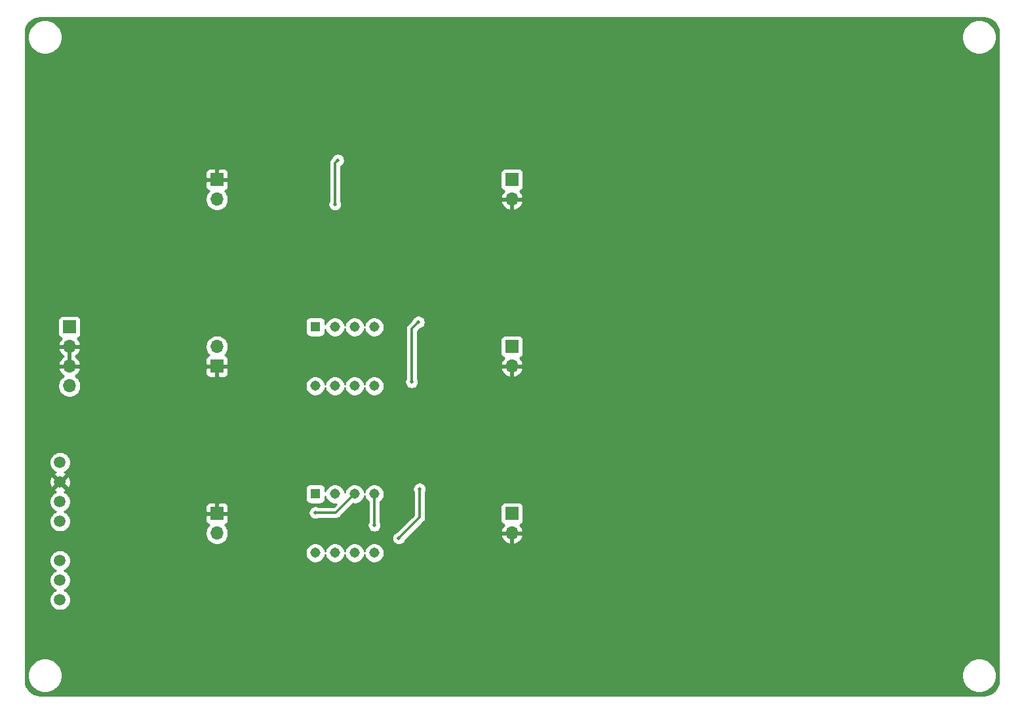
<source format=gbr>
%TF.GenerationSoftware,KiCad,Pcbnew,(5.1.7)-1*%
%TF.CreationDate,2021-04-26T16:45:44-05:00*%
%TF.ProjectId,Op_Amp_demo_PCB,4f705f41-6d70-45f6-9465-6d6f5f504342,1.0*%
%TF.SameCoordinates,Original*%
%TF.FileFunction,Copper,L2,Bot*%
%TF.FilePolarity,Positive*%
%FSLAX46Y46*%
G04 Gerber Fmt 4.6, Leading zero omitted, Abs format (unit mm)*
G04 Created by KiCad (PCBNEW (5.1.7)-1) date 2021-04-26 16:45:44*
%MOMM*%
%LPD*%
G01*
G04 APERTURE LIST*
%TA.AperFunction,ComponentPad*%
%ADD10O,1.700000X1.700000*%
%TD*%
%TA.AperFunction,ComponentPad*%
%ADD11R,1.700000X1.700000*%
%TD*%
%TA.AperFunction,ComponentPad*%
%ADD12C,1.509000*%
%TD*%
%TA.AperFunction,ComponentPad*%
%ADD13C,1.308000*%
%TD*%
%TA.AperFunction,ComponentPad*%
%ADD14R,1.308000X1.308000*%
%TD*%
%TA.AperFunction,ViaPad*%
%ADD15C,0.508000*%
%TD*%
%TA.AperFunction,Conductor*%
%ADD16C,0.304800*%
%TD*%
%TA.AperFunction,Conductor*%
%ADD17C,0.254000*%
%TD*%
%TA.AperFunction,Conductor*%
%ADD18C,0.100000*%
%TD*%
G04 APERTURE END LIST*
D10*
%TO.P,J7,4*%
%TO.N,+5V*%
X87630000Y-104140000D03*
%TO.P,J7,3*%
%TO.N,GND*%
X87630000Y-101600000D03*
%TO.P,J7,2*%
X87630000Y-99060000D03*
D11*
%TO.P,J7,1*%
%TO.N,-5V*%
X87630000Y-96520000D03*
%TD*%
D12*
%TO.P,U1,1*%
%TO.N,Net-(CON1-Pad2)*%
X86410000Y-131800000D03*
%TO.P,U1,2*%
%TO.N,Net-(CON1-Pad1)*%
X86410000Y-129260000D03*
%TO.P,U1,3*%
%TO.N,N/C*%
X86410000Y-126720000D03*
%TO.P,U1,5*%
X86410000Y-121640000D03*
%TO.P,U1,6*%
%TO.N,+5V*%
X86410000Y-119100000D03*
%TO.P,U1,7*%
%TO.N,GND*%
X86410000Y-116560000D03*
%TO.P,U1,8*%
%TO.N,-5V*%
X86410000Y-114020000D03*
%TD*%
D13*
%TO.P,SW2,4*%
%TO.N,Net-(R10-Pad1)*%
X119380000Y-125730000D03*
%TO.P,SW2,5*%
%TO.N,Net-(R11-Pad1)*%
X121920000Y-125730000D03*
%TO.P,SW2,C1*%
%TO.N,N/C*%
X124460000Y-125730000D03*
%TO.P,SW2,NC*%
X127000000Y-125730000D03*
D14*
%TO.P,SW2,1*%
%TO.N,Net-(R7-Pad1)*%
X119380000Y-118110000D03*
D13*
%TO.P,SW2,C*%
%TO.N,Net-(R12-Pad1)*%
X121920000Y-118110000D03*
%TO.P,SW2,2*%
%TO.N,Net-(R8-Pad1)*%
X124460000Y-118110000D03*
%TO.P,SW2,3*%
%TO.N,Net-(R9-Pad1)*%
X127000000Y-118110000D03*
%TD*%
%TO.P,SW1,4*%
%TO.N,Net-(R4-Pad1)*%
X119380000Y-104140000D03*
%TO.P,SW1,5*%
%TO.N,Net-(R5-Pad1)*%
X121920000Y-104140000D03*
%TO.P,SW1,C1*%
%TO.N,N/C*%
X124460000Y-104140000D03*
%TO.P,SW1,NC*%
X127000000Y-104140000D03*
D14*
%TO.P,SW1,1*%
%TO.N,Net-(R1-Pad1)*%
X119380000Y-96520000D03*
D13*
%TO.P,SW1,C*%
%TO.N,Net-(R6-Pad2)*%
X121920000Y-96520000D03*
%TO.P,SW1,2*%
%TO.N,Net-(R2-Pad1)*%
X124460000Y-96520000D03*
%TO.P,SW1,3*%
%TO.N,Net-(R3-Pad1)*%
X127000000Y-96520000D03*
%TD*%
D10*
%TO.P,J6,2*%
%TO.N,GND*%
X144780000Y-123190000D03*
D11*
%TO.P,J6,1*%
%TO.N,Net-(J6-Pad1)*%
X144780000Y-120650000D03*
%TD*%
D10*
%TO.P,J5,2*%
%TO.N,GND*%
X144780000Y-80010000D03*
D11*
%TO.P,J5,1*%
%TO.N,Net-(J5-Pad1)*%
X144780000Y-77470000D03*
%TD*%
D10*
%TO.P,J4,2*%
%TO.N,Net-(J4-Pad2)*%
X106680000Y-123190000D03*
D11*
%TO.P,J4,1*%
%TO.N,GND*%
X106680000Y-120650000D03*
%TD*%
D10*
%TO.P,J3,2*%
%TO.N,Net-(J3-Pad2)*%
X106680000Y-80010000D03*
D11*
%TO.P,J3,1*%
%TO.N,GND*%
X106680000Y-77470000D03*
%TD*%
D10*
%TO.P,J2,2*%
%TO.N,GND*%
X144780000Y-101600000D03*
D11*
%TO.P,J2,1*%
%TO.N,Net-(J2-Pad1)*%
X144780000Y-99060000D03*
%TD*%
D10*
%TO.P,J1,2*%
%TO.N,Net-(J1-Pad2)*%
X106680000Y-99060000D03*
D11*
%TO.P,J1,1*%
%TO.N,GND*%
X106680000Y-101600000D03*
%TD*%
D15*
%TO.N,GND*%
X138074500Y-114655500D03*
X131165500Y-114706500D03*
X113538000Y-93472000D03*
X131140000Y-93142000D03*
X138074500Y-93192510D03*
X130175000Y-122555000D03*
X129819500Y-71602500D03*
X122910500Y-71526500D03*
X98425000Y-68453000D03*
%TO.N,-5V*%
X130175000Y-123825000D03*
X132842000Y-117475000D03*
X131826000Y-103632000D03*
X132715000Y-95885000D03*
X121920000Y-80645000D03*
X122301000Y-74955500D03*
%TO.N,Net-(R8-Pad1)*%
X119380000Y-120523000D03*
%TO.N,Net-(R9-Pad1)*%
X127000000Y-122174000D03*
%TD*%
D16*
%TO.N,-5V*%
X132842000Y-121158000D02*
X132842000Y-117475000D01*
X130175000Y-123825000D02*
X132842000Y-121158000D01*
X131826000Y-96774000D02*
X132715000Y-95885000D01*
X131826000Y-103632000D02*
X131826000Y-96774000D01*
X121920000Y-75336500D02*
X122301000Y-74955500D01*
X121920000Y-80645000D02*
X121920000Y-75336500D01*
%TO.N,Net-(R8-Pad1)*%
X122047000Y-120523000D02*
X124460000Y-118110000D01*
X119380000Y-120523000D02*
X122047000Y-120523000D01*
%TO.N,Net-(R9-Pad1)*%
X127000000Y-122174000D02*
X127000000Y-118110000D01*
%TD*%
D17*
%TO.N,GND*%
X206104545Y-56578909D02*
X206455208Y-56684780D01*
X206778625Y-56856744D01*
X207062484Y-57088254D01*
X207295965Y-57370486D01*
X207470183Y-57692695D01*
X207578502Y-58042614D01*
X207620000Y-58437443D01*
X207620001Y-142207711D01*
X207581091Y-142604545D01*
X207475220Y-142955206D01*
X207303257Y-143278623D01*
X207071748Y-143562482D01*
X206789514Y-143795965D01*
X206467304Y-143970184D01*
X206117385Y-144078502D01*
X205722557Y-144120000D01*
X83852279Y-144120000D01*
X83455455Y-144081091D01*
X83104794Y-143975220D01*
X82781377Y-143803257D01*
X82497518Y-143571748D01*
X82264035Y-143289514D01*
X82089816Y-142967304D01*
X81981498Y-142617385D01*
X81940000Y-142222557D01*
X81940000Y-141384872D01*
X82220000Y-141384872D01*
X82220000Y-141825128D01*
X82305890Y-142256925D01*
X82474369Y-142663669D01*
X82718962Y-143029729D01*
X83030271Y-143341038D01*
X83396331Y-143585631D01*
X83803075Y-143754110D01*
X84234872Y-143840000D01*
X84675128Y-143840000D01*
X85106925Y-143754110D01*
X85513669Y-143585631D01*
X85879729Y-143341038D01*
X86191038Y-143029729D01*
X86435631Y-142663669D01*
X86604110Y-142256925D01*
X86690000Y-141825128D01*
X86690000Y-141384872D01*
X202870000Y-141384872D01*
X202870000Y-141825128D01*
X202955890Y-142256925D01*
X203124369Y-142663669D01*
X203368962Y-143029729D01*
X203680271Y-143341038D01*
X204046331Y-143585631D01*
X204453075Y-143754110D01*
X204884872Y-143840000D01*
X205325128Y-143840000D01*
X205756925Y-143754110D01*
X206163669Y-143585631D01*
X206529729Y-143341038D01*
X206841038Y-143029729D01*
X207085631Y-142663669D01*
X207254110Y-142256925D01*
X207340000Y-141825128D01*
X207340000Y-141384872D01*
X207254110Y-140953075D01*
X207085631Y-140546331D01*
X206841038Y-140180271D01*
X206529729Y-139868962D01*
X206163669Y-139624369D01*
X205756925Y-139455890D01*
X205325128Y-139370000D01*
X204884872Y-139370000D01*
X204453075Y-139455890D01*
X204046331Y-139624369D01*
X203680271Y-139868962D01*
X203368962Y-140180271D01*
X203124369Y-140546331D01*
X202955890Y-140953075D01*
X202870000Y-141384872D01*
X86690000Y-141384872D01*
X86604110Y-140953075D01*
X86435631Y-140546331D01*
X86191038Y-140180271D01*
X85879729Y-139868962D01*
X85513669Y-139624369D01*
X85106925Y-139455890D01*
X84675128Y-139370000D01*
X84234872Y-139370000D01*
X83803075Y-139455890D01*
X83396331Y-139624369D01*
X83030271Y-139868962D01*
X82718962Y-140180271D01*
X82474369Y-140546331D01*
X82305890Y-140953075D01*
X82220000Y-141384872D01*
X81940000Y-141384872D01*
X81940000Y-126583146D01*
X85020500Y-126583146D01*
X85020500Y-126856854D01*
X85073898Y-127125302D01*
X85178641Y-127378175D01*
X85330705Y-127605754D01*
X85524246Y-127799295D01*
X85751825Y-127951359D01*
X85845113Y-127990000D01*
X85751825Y-128028641D01*
X85524246Y-128180705D01*
X85330705Y-128374246D01*
X85178641Y-128601825D01*
X85073898Y-128854698D01*
X85020500Y-129123146D01*
X85020500Y-129396854D01*
X85073898Y-129665302D01*
X85178641Y-129918175D01*
X85330705Y-130145754D01*
X85524246Y-130339295D01*
X85751825Y-130491359D01*
X85845113Y-130530000D01*
X85751825Y-130568641D01*
X85524246Y-130720705D01*
X85330705Y-130914246D01*
X85178641Y-131141825D01*
X85073898Y-131394698D01*
X85020500Y-131663146D01*
X85020500Y-131936854D01*
X85073898Y-132205302D01*
X85178641Y-132458175D01*
X85330705Y-132685754D01*
X85524246Y-132879295D01*
X85751825Y-133031359D01*
X86004698Y-133136102D01*
X86273146Y-133189500D01*
X86546854Y-133189500D01*
X86815302Y-133136102D01*
X87068175Y-133031359D01*
X87295754Y-132879295D01*
X87489295Y-132685754D01*
X87641359Y-132458175D01*
X87746102Y-132205302D01*
X87799500Y-131936854D01*
X87799500Y-131663146D01*
X87746102Y-131394698D01*
X87641359Y-131141825D01*
X87489295Y-130914246D01*
X87295754Y-130720705D01*
X87068175Y-130568641D01*
X86974887Y-130530000D01*
X87068175Y-130491359D01*
X87295754Y-130339295D01*
X87489295Y-130145754D01*
X87641359Y-129918175D01*
X87746102Y-129665302D01*
X87799500Y-129396854D01*
X87799500Y-129123146D01*
X87746102Y-128854698D01*
X87641359Y-128601825D01*
X87489295Y-128374246D01*
X87295754Y-128180705D01*
X87068175Y-128028641D01*
X86974887Y-127990000D01*
X87068175Y-127951359D01*
X87295754Y-127799295D01*
X87489295Y-127605754D01*
X87641359Y-127378175D01*
X87746102Y-127125302D01*
X87799500Y-126856854D01*
X87799500Y-126583146D01*
X87746102Y-126314698D01*
X87641359Y-126061825D01*
X87489295Y-125834246D01*
X87295754Y-125640705D01*
X87239393Y-125603045D01*
X118091000Y-125603045D01*
X118091000Y-125856955D01*
X118140535Y-126105987D01*
X118237703Y-126340570D01*
X118378768Y-126551690D01*
X118558310Y-126731232D01*
X118769430Y-126872297D01*
X119004013Y-126969465D01*
X119253045Y-127019000D01*
X119506955Y-127019000D01*
X119755987Y-126969465D01*
X119990570Y-126872297D01*
X120201690Y-126731232D01*
X120381232Y-126551690D01*
X120522297Y-126340570D01*
X120619465Y-126105987D01*
X120650000Y-125952476D01*
X120680535Y-126105987D01*
X120777703Y-126340570D01*
X120918768Y-126551690D01*
X121098310Y-126731232D01*
X121309430Y-126872297D01*
X121544013Y-126969465D01*
X121793045Y-127019000D01*
X122046955Y-127019000D01*
X122295987Y-126969465D01*
X122530570Y-126872297D01*
X122741690Y-126731232D01*
X122921232Y-126551690D01*
X123062297Y-126340570D01*
X123159465Y-126105987D01*
X123190000Y-125952476D01*
X123220535Y-126105987D01*
X123317703Y-126340570D01*
X123458768Y-126551690D01*
X123638310Y-126731232D01*
X123849430Y-126872297D01*
X124084013Y-126969465D01*
X124333045Y-127019000D01*
X124586955Y-127019000D01*
X124835987Y-126969465D01*
X125070570Y-126872297D01*
X125281690Y-126731232D01*
X125461232Y-126551690D01*
X125602297Y-126340570D01*
X125699465Y-126105987D01*
X125730000Y-125952476D01*
X125760535Y-126105987D01*
X125857703Y-126340570D01*
X125998768Y-126551690D01*
X126178310Y-126731232D01*
X126389430Y-126872297D01*
X126624013Y-126969465D01*
X126873045Y-127019000D01*
X127126955Y-127019000D01*
X127375987Y-126969465D01*
X127610570Y-126872297D01*
X127821690Y-126731232D01*
X128001232Y-126551690D01*
X128142297Y-126340570D01*
X128239465Y-126105987D01*
X128289000Y-125856955D01*
X128289000Y-125603045D01*
X128239465Y-125354013D01*
X128142297Y-125119430D01*
X128001232Y-124908310D01*
X127821690Y-124728768D01*
X127610570Y-124587703D01*
X127375987Y-124490535D01*
X127126955Y-124441000D01*
X126873045Y-124441000D01*
X126624013Y-124490535D01*
X126389430Y-124587703D01*
X126178310Y-124728768D01*
X125998768Y-124908310D01*
X125857703Y-125119430D01*
X125760535Y-125354013D01*
X125730000Y-125507524D01*
X125699465Y-125354013D01*
X125602297Y-125119430D01*
X125461232Y-124908310D01*
X125281690Y-124728768D01*
X125070570Y-124587703D01*
X124835987Y-124490535D01*
X124586955Y-124441000D01*
X124333045Y-124441000D01*
X124084013Y-124490535D01*
X123849430Y-124587703D01*
X123638310Y-124728768D01*
X123458768Y-124908310D01*
X123317703Y-125119430D01*
X123220535Y-125354013D01*
X123190000Y-125507524D01*
X123159465Y-125354013D01*
X123062297Y-125119430D01*
X122921232Y-124908310D01*
X122741690Y-124728768D01*
X122530570Y-124587703D01*
X122295987Y-124490535D01*
X122046955Y-124441000D01*
X121793045Y-124441000D01*
X121544013Y-124490535D01*
X121309430Y-124587703D01*
X121098310Y-124728768D01*
X120918768Y-124908310D01*
X120777703Y-125119430D01*
X120680535Y-125354013D01*
X120650000Y-125507524D01*
X120619465Y-125354013D01*
X120522297Y-125119430D01*
X120381232Y-124908310D01*
X120201690Y-124728768D01*
X119990570Y-124587703D01*
X119755987Y-124490535D01*
X119506955Y-124441000D01*
X119253045Y-124441000D01*
X119004013Y-124490535D01*
X118769430Y-124587703D01*
X118558310Y-124728768D01*
X118378768Y-124908310D01*
X118237703Y-125119430D01*
X118140535Y-125354013D01*
X118091000Y-125603045D01*
X87239393Y-125603045D01*
X87068175Y-125488641D01*
X86815302Y-125383898D01*
X86546854Y-125330500D01*
X86273146Y-125330500D01*
X86004698Y-125383898D01*
X85751825Y-125488641D01*
X85524246Y-125640705D01*
X85330705Y-125834246D01*
X85178641Y-126061825D01*
X85073898Y-126314698D01*
X85020500Y-126583146D01*
X81940000Y-126583146D01*
X81940000Y-118963146D01*
X85020500Y-118963146D01*
X85020500Y-119236854D01*
X85073898Y-119505302D01*
X85178641Y-119758175D01*
X85330705Y-119985754D01*
X85524246Y-120179295D01*
X85751825Y-120331359D01*
X85845113Y-120370000D01*
X85751825Y-120408641D01*
X85524246Y-120560705D01*
X85330705Y-120754246D01*
X85178641Y-120981825D01*
X85073898Y-121234698D01*
X85020500Y-121503146D01*
X85020500Y-121776854D01*
X85073898Y-122045302D01*
X85178641Y-122298175D01*
X85330705Y-122525754D01*
X85524246Y-122719295D01*
X85751825Y-122871359D01*
X86004698Y-122976102D01*
X86273146Y-123029500D01*
X86546854Y-123029500D01*
X86815302Y-122976102D01*
X87068175Y-122871359D01*
X87295754Y-122719295D01*
X87489295Y-122525754D01*
X87641359Y-122298175D01*
X87746102Y-122045302D01*
X87799500Y-121776854D01*
X87799500Y-121503146D01*
X87798875Y-121500000D01*
X105191928Y-121500000D01*
X105204188Y-121624482D01*
X105240498Y-121744180D01*
X105299463Y-121854494D01*
X105378815Y-121951185D01*
X105475506Y-122030537D01*
X105585820Y-122089502D01*
X105658380Y-122111513D01*
X105526525Y-122243368D01*
X105364010Y-122486589D01*
X105252068Y-122756842D01*
X105195000Y-123043740D01*
X105195000Y-123336260D01*
X105252068Y-123623158D01*
X105364010Y-123893411D01*
X105526525Y-124136632D01*
X105733368Y-124343475D01*
X105976589Y-124505990D01*
X106246842Y-124617932D01*
X106533740Y-124675000D01*
X106826260Y-124675000D01*
X107113158Y-124617932D01*
X107383411Y-124505990D01*
X107626632Y-124343475D01*
X107833475Y-124136632D01*
X107995990Y-123893411D01*
X108060594Y-123737441D01*
X129286000Y-123737441D01*
X129286000Y-123912559D01*
X129320164Y-124084312D01*
X129387179Y-124246099D01*
X129484469Y-124391704D01*
X129608296Y-124515531D01*
X129753901Y-124612821D01*
X129915688Y-124679836D01*
X130087441Y-124714000D01*
X130262559Y-124714000D01*
X130434312Y-124679836D01*
X130596099Y-124612821D01*
X130741704Y-124515531D01*
X130865531Y-124391704D01*
X130962821Y-124246099D01*
X131029836Y-124084312D01*
X131029984Y-124083566D01*
X131566660Y-123546890D01*
X143338524Y-123546890D01*
X143383175Y-123694099D01*
X143508359Y-123956920D01*
X143682412Y-124190269D01*
X143898645Y-124385178D01*
X144148748Y-124534157D01*
X144423109Y-124631481D01*
X144653000Y-124510814D01*
X144653000Y-123317000D01*
X144907000Y-123317000D01*
X144907000Y-124510814D01*
X145136891Y-124631481D01*
X145411252Y-124534157D01*
X145661355Y-124385178D01*
X145877588Y-124190269D01*
X146051641Y-123956920D01*
X146176825Y-123694099D01*
X146221476Y-123546890D01*
X146100155Y-123317000D01*
X144907000Y-123317000D01*
X144653000Y-123317000D01*
X143459845Y-123317000D01*
X143338524Y-123546890D01*
X131566660Y-123546890D01*
X133371434Y-121742118D01*
X133401469Y-121717469D01*
X133426119Y-121687433D01*
X133426122Y-121687430D01*
X133499866Y-121597572D01*
X133572982Y-121460783D01*
X133618006Y-121312357D01*
X133623755Y-121253982D01*
X133629400Y-121196673D01*
X133629400Y-121196665D01*
X133633208Y-121158000D01*
X133629400Y-121119335D01*
X133629400Y-119800000D01*
X143291928Y-119800000D01*
X143291928Y-121500000D01*
X143304188Y-121624482D01*
X143340498Y-121744180D01*
X143399463Y-121854494D01*
X143478815Y-121951185D01*
X143575506Y-122030537D01*
X143685820Y-122089502D01*
X143766466Y-122113966D01*
X143682412Y-122189731D01*
X143508359Y-122423080D01*
X143383175Y-122685901D01*
X143338524Y-122833110D01*
X143459845Y-123063000D01*
X144653000Y-123063000D01*
X144653000Y-123043000D01*
X144907000Y-123043000D01*
X144907000Y-123063000D01*
X146100155Y-123063000D01*
X146221476Y-122833110D01*
X146176825Y-122685901D01*
X146051641Y-122423080D01*
X145877588Y-122189731D01*
X145793534Y-122113966D01*
X145874180Y-122089502D01*
X145984494Y-122030537D01*
X146081185Y-121951185D01*
X146160537Y-121854494D01*
X146219502Y-121744180D01*
X146255812Y-121624482D01*
X146268072Y-121500000D01*
X146268072Y-119800000D01*
X146255812Y-119675518D01*
X146219502Y-119555820D01*
X146160537Y-119445506D01*
X146081185Y-119348815D01*
X145984494Y-119269463D01*
X145874180Y-119210498D01*
X145754482Y-119174188D01*
X145630000Y-119161928D01*
X143930000Y-119161928D01*
X143805518Y-119174188D01*
X143685820Y-119210498D01*
X143575506Y-119269463D01*
X143478815Y-119348815D01*
X143399463Y-119445506D01*
X143340498Y-119555820D01*
X143304188Y-119675518D01*
X143291928Y-119800000D01*
X133629400Y-119800000D01*
X133629400Y-117896729D01*
X133629821Y-117896099D01*
X133696836Y-117734312D01*
X133731000Y-117562559D01*
X133731000Y-117387441D01*
X133696836Y-117215688D01*
X133629821Y-117053901D01*
X133532531Y-116908296D01*
X133408704Y-116784469D01*
X133263099Y-116687179D01*
X133101312Y-116620164D01*
X132929559Y-116586000D01*
X132754441Y-116586000D01*
X132582688Y-116620164D01*
X132420901Y-116687179D01*
X132275296Y-116784469D01*
X132151469Y-116908296D01*
X132054179Y-117053901D01*
X131987164Y-117215688D01*
X131953000Y-117387441D01*
X131953000Y-117562559D01*
X131987164Y-117734312D01*
X132054179Y-117896099D01*
X132054601Y-117896730D01*
X132054600Y-120831848D01*
X129916434Y-122970016D01*
X129915688Y-122970164D01*
X129753901Y-123037179D01*
X129608296Y-123134469D01*
X129484469Y-123258296D01*
X129387179Y-123403901D01*
X129320164Y-123565688D01*
X129286000Y-123737441D01*
X108060594Y-123737441D01*
X108107932Y-123623158D01*
X108165000Y-123336260D01*
X108165000Y-123043740D01*
X108107932Y-122756842D01*
X107995990Y-122486589D01*
X107833475Y-122243368D01*
X107701620Y-122111513D01*
X107774180Y-122089502D01*
X107884494Y-122030537D01*
X107981185Y-121951185D01*
X108060537Y-121854494D01*
X108119502Y-121744180D01*
X108155812Y-121624482D01*
X108168072Y-121500000D01*
X108165000Y-120935750D01*
X108006250Y-120777000D01*
X106807000Y-120777000D01*
X106807000Y-120797000D01*
X106553000Y-120797000D01*
X106553000Y-120777000D01*
X105353750Y-120777000D01*
X105195000Y-120935750D01*
X105191928Y-121500000D01*
X87798875Y-121500000D01*
X87746102Y-121234698D01*
X87641359Y-120981825D01*
X87489295Y-120754246D01*
X87295754Y-120560705D01*
X87068175Y-120408641D01*
X86974887Y-120370000D01*
X87068175Y-120331359D01*
X87295754Y-120179295D01*
X87489295Y-119985754D01*
X87613412Y-119800000D01*
X105191928Y-119800000D01*
X105195000Y-120364250D01*
X105353750Y-120523000D01*
X106553000Y-120523000D01*
X106553000Y-119323750D01*
X106807000Y-119323750D01*
X106807000Y-120523000D01*
X108006250Y-120523000D01*
X108165000Y-120364250D01*
X108168072Y-119800000D01*
X108155812Y-119675518D01*
X108119502Y-119555820D01*
X108060537Y-119445506D01*
X107981185Y-119348815D01*
X107884494Y-119269463D01*
X107774180Y-119210498D01*
X107654482Y-119174188D01*
X107530000Y-119161928D01*
X106965750Y-119165000D01*
X106807000Y-119323750D01*
X106553000Y-119323750D01*
X106394250Y-119165000D01*
X105830000Y-119161928D01*
X105705518Y-119174188D01*
X105585820Y-119210498D01*
X105475506Y-119269463D01*
X105378815Y-119348815D01*
X105299463Y-119445506D01*
X105240498Y-119555820D01*
X105204188Y-119675518D01*
X105191928Y-119800000D01*
X87613412Y-119800000D01*
X87641359Y-119758175D01*
X87746102Y-119505302D01*
X87799500Y-119236854D01*
X87799500Y-118963146D01*
X87746102Y-118694698D01*
X87641359Y-118441825D01*
X87489295Y-118214246D01*
X87295754Y-118020705D01*
X87068175Y-117868641D01*
X86979215Y-117831793D01*
X87010404Y-117820537D01*
X87124532Y-117759534D01*
X87190603Y-117520208D01*
X87126395Y-117456000D01*
X118087928Y-117456000D01*
X118087928Y-118764000D01*
X118100188Y-118888482D01*
X118136498Y-119008180D01*
X118195463Y-119118494D01*
X118274815Y-119215185D01*
X118371506Y-119294537D01*
X118481820Y-119353502D01*
X118601518Y-119389812D01*
X118726000Y-119402072D01*
X120034000Y-119402072D01*
X120158482Y-119389812D01*
X120278180Y-119353502D01*
X120388494Y-119294537D01*
X120485185Y-119215185D01*
X120564537Y-119118494D01*
X120623502Y-119008180D01*
X120659812Y-118888482D01*
X120672072Y-118764000D01*
X120672072Y-118443440D01*
X120680535Y-118485987D01*
X120777703Y-118720570D01*
X120918768Y-118931690D01*
X121098310Y-119111232D01*
X121309430Y-119252297D01*
X121544013Y-119349465D01*
X121793045Y-119399000D01*
X122046955Y-119399000D01*
X122060055Y-119396394D01*
X121720850Y-119735600D01*
X119801729Y-119735600D01*
X119801099Y-119735179D01*
X119639312Y-119668164D01*
X119467559Y-119634000D01*
X119292441Y-119634000D01*
X119120688Y-119668164D01*
X118958901Y-119735179D01*
X118813296Y-119832469D01*
X118689469Y-119956296D01*
X118592179Y-120101901D01*
X118525164Y-120263688D01*
X118491000Y-120435441D01*
X118491000Y-120610559D01*
X118525164Y-120782312D01*
X118592179Y-120944099D01*
X118689469Y-121089704D01*
X118813296Y-121213531D01*
X118958901Y-121310821D01*
X119120688Y-121377836D01*
X119292441Y-121412000D01*
X119467559Y-121412000D01*
X119639312Y-121377836D01*
X119801099Y-121310821D01*
X119801729Y-121310400D01*
X122008337Y-121310400D01*
X122047000Y-121314208D01*
X122085663Y-121310400D01*
X122085673Y-121310400D01*
X122201357Y-121299006D01*
X122349783Y-121253982D01*
X122486572Y-121180866D01*
X122606469Y-121082469D01*
X122631128Y-121052423D01*
X124292597Y-119390954D01*
X124333045Y-119399000D01*
X124586955Y-119399000D01*
X124835987Y-119349465D01*
X125070570Y-119252297D01*
X125281690Y-119111232D01*
X125461232Y-118931690D01*
X125602297Y-118720570D01*
X125699465Y-118485987D01*
X125730000Y-118332476D01*
X125760535Y-118485987D01*
X125857703Y-118720570D01*
X125998768Y-118931690D01*
X126178310Y-119111232D01*
X126212601Y-119134144D01*
X126212600Y-121752271D01*
X126212179Y-121752901D01*
X126145164Y-121914688D01*
X126111000Y-122086441D01*
X126111000Y-122261559D01*
X126145164Y-122433312D01*
X126212179Y-122595099D01*
X126309469Y-122740704D01*
X126433296Y-122864531D01*
X126578901Y-122961821D01*
X126740688Y-123028836D01*
X126912441Y-123063000D01*
X127087559Y-123063000D01*
X127259312Y-123028836D01*
X127421099Y-122961821D01*
X127566704Y-122864531D01*
X127690531Y-122740704D01*
X127787821Y-122595099D01*
X127854836Y-122433312D01*
X127889000Y-122261559D01*
X127889000Y-122086441D01*
X127854836Y-121914688D01*
X127787821Y-121752901D01*
X127787400Y-121752271D01*
X127787400Y-119134144D01*
X127821690Y-119111232D01*
X128001232Y-118931690D01*
X128142297Y-118720570D01*
X128239465Y-118485987D01*
X128289000Y-118236955D01*
X128289000Y-117983045D01*
X128239465Y-117734013D01*
X128142297Y-117499430D01*
X128001232Y-117288310D01*
X127821690Y-117108768D01*
X127610570Y-116967703D01*
X127375987Y-116870535D01*
X127126955Y-116821000D01*
X126873045Y-116821000D01*
X126624013Y-116870535D01*
X126389430Y-116967703D01*
X126178310Y-117108768D01*
X125998768Y-117288310D01*
X125857703Y-117499430D01*
X125760535Y-117734013D01*
X125730000Y-117887524D01*
X125699465Y-117734013D01*
X125602297Y-117499430D01*
X125461232Y-117288310D01*
X125281690Y-117108768D01*
X125070570Y-116967703D01*
X124835987Y-116870535D01*
X124586955Y-116821000D01*
X124333045Y-116821000D01*
X124084013Y-116870535D01*
X123849430Y-116967703D01*
X123638310Y-117108768D01*
X123458768Y-117288310D01*
X123317703Y-117499430D01*
X123220535Y-117734013D01*
X123190000Y-117887524D01*
X123159465Y-117734013D01*
X123062297Y-117499430D01*
X122921232Y-117288310D01*
X122741690Y-117108768D01*
X122530570Y-116967703D01*
X122295987Y-116870535D01*
X122046955Y-116821000D01*
X121793045Y-116821000D01*
X121544013Y-116870535D01*
X121309430Y-116967703D01*
X121098310Y-117108768D01*
X120918768Y-117288310D01*
X120777703Y-117499430D01*
X120680535Y-117734013D01*
X120672072Y-117776560D01*
X120672072Y-117456000D01*
X120659812Y-117331518D01*
X120623502Y-117211820D01*
X120564537Y-117101506D01*
X120485185Y-117004815D01*
X120388494Y-116925463D01*
X120278180Y-116866498D01*
X120158482Y-116830188D01*
X120034000Y-116817928D01*
X118726000Y-116817928D01*
X118601518Y-116830188D01*
X118481820Y-116866498D01*
X118371506Y-116925463D01*
X118274815Y-117004815D01*
X118195463Y-117101506D01*
X118136498Y-117211820D01*
X118100188Y-117331518D01*
X118087928Y-117456000D01*
X87126395Y-117456000D01*
X86410000Y-116739605D01*
X85629397Y-117520208D01*
X85695468Y-117759534D01*
X85845326Y-117829912D01*
X85751825Y-117868641D01*
X85524246Y-118020705D01*
X85330705Y-118214246D01*
X85178641Y-118441825D01*
X85073898Y-118694698D01*
X85020500Y-118963146D01*
X81940000Y-118963146D01*
X81940000Y-116632314D01*
X85015651Y-116632314D01*
X85056551Y-116902948D01*
X85149463Y-117160404D01*
X85210466Y-117274532D01*
X85449792Y-117340603D01*
X86230395Y-116560000D01*
X86589605Y-116560000D01*
X87370208Y-117340603D01*
X87609534Y-117274532D01*
X87725883Y-117026785D01*
X87791664Y-116761100D01*
X87804349Y-116487686D01*
X87763449Y-116217052D01*
X87670537Y-115959596D01*
X87609534Y-115845468D01*
X87370208Y-115779397D01*
X86589605Y-116560000D01*
X86230395Y-116560000D01*
X85449792Y-115779397D01*
X85210466Y-115845468D01*
X85094117Y-116093215D01*
X85028336Y-116358900D01*
X85015651Y-116632314D01*
X81940000Y-116632314D01*
X81940000Y-113883146D01*
X85020500Y-113883146D01*
X85020500Y-114156854D01*
X85073898Y-114425302D01*
X85178641Y-114678175D01*
X85330705Y-114905754D01*
X85524246Y-115099295D01*
X85751825Y-115251359D01*
X85840785Y-115288207D01*
X85809596Y-115299463D01*
X85695468Y-115360466D01*
X85629397Y-115599792D01*
X86410000Y-116380395D01*
X87190603Y-115599792D01*
X87124532Y-115360466D01*
X86974674Y-115290088D01*
X87068175Y-115251359D01*
X87295754Y-115099295D01*
X87489295Y-114905754D01*
X87641359Y-114678175D01*
X87746102Y-114425302D01*
X87799500Y-114156854D01*
X87799500Y-113883146D01*
X87746102Y-113614698D01*
X87641359Y-113361825D01*
X87489295Y-113134246D01*
X87295754Y-112940705D01*
X87068175Y-112788641D01*
X86815302Y-112683898D01*
X86546854Y-112630500D01*
X86273146Y-112630500D01*
X86004698Y-112683898D01*
X85751825Y-112788641D01*
X85524246Y-112940705D01*
X85330705Y-113134246D01*
X85178641Y-113361825D01*
X85073898Y-113614698D01*
X85020500Y-113883146D01*
X81940000Y-113883146D01*
X81940000Y-103993740D01*
X86145000Y-103993740D01*
X86145000Y-104286260D01*
X86202068Y-104573158D01*
X86314010Y-104843411D01*
X86476525Y-105086632D01*
X86683368Y-105293475D01*
X86926589Y-105455990D01*
X87196842Y-105567932D01*
X87483740Y-105625000D01*
X87776260Y-105625000D01*
X88063158Y-105567932D01*
X88333411Y-105455990D01*
X88576632Y-105293475D01*
X88783475Y-105086632D01*
X88945990Y-104843411D01*
X89057932Y-104573158D01*
X89115000Y-104286260D01*
X89115000Y-104013045D01*
X118091000Y-104013045D01*
X118091000Y-104266955D01*
X118140535Y-104515987D01*
X118237703Y-104750570D01*
X118378768Y-104961690D01*
X118558310Y-105141232D01*
X118769430Y-105282297D01*
X119004013Y-105379465D01*
X119253045Y-105429000D01*
X119506955Y-105429000D01*
X119755987Y-105379465D01*
X119990570Y-105282297D01*
X120201690Y-105141232D01*
X120381232Y-104961690D01*
X120522297Y-104750570D01*
X120619465Y-104515987D01*
X120650000Y-104362476D01*
X120680535Y-104515987D01*
X120777703Y-104750570D01*
X120918768Y-104961690D01*
X121098310Y-105141232D01*
X121309430Y-105282297D01*
X121544013Y-105379465D01*
X121793045Y-105429000D01*
X122046955Y-105429000D01*
X122295987Y-105379465D01*
X122530570Y-105282297D01*
X122741690Y-105141232D01*
X122921232Y-104961690D01*
X123062297Y-104750570D01*
X123159465Y-104515987D01*
X123190000Y-104362476D01*
X123220535Y-104515987D01*
X123317703Y-104750570D01*
X123458768Y-104961690D01*
X123638310Y-105141232D01*
X123849430Y-105282297D01*
X124084013Y-105379465D01*
X124333045Y-105429000D01*
X124586955Y-105429000D01*
X124835987Y-105379465D01*
X125070570Y-105282297D01*
X125281690Y-105141232D01*
X125461232Y-104961690D01*
X125602297Y-104750570D01*
X125699465Y-104515987D01*
X125730000Y-104362476D01*
X125760535Y-104515987D01*
X125857703Y-104750570D01*
X125998768Y-104961690D01*
X126178310Y-105141232D01*
X126389430Y-105282297D01*
X126624013Y-105379465D01*
X126873045Y-105429000D01*
X127126955Y-105429000D01*
X127375987Y-105379465D01*
X127610570Y-105282297D01*
X127821690Y-105141232D01*
X128001232Y-104961690D01*
X128142297Y-104750570D01*
X128239465Y-104515987D01*
X128289000Y-104266955D01*
X128289000Y-104013045D01*
X128239465Y-103764013D01*
X128148515Y-103544441D01*
X130937000Y-103544441D01*
X130937000Y-103719559D01*
X130971164Y-103891312D01*
X131038179Y-104053099D01*
X131135469Y-104198704D01*
X131259296Y-104322531D01*
X131404901Y-104419821D01*
X131566688Y-104486836D01*
X131738441Y-104521000D01*
X131913559Y-104521000D01*
X132085312Y-104486836D01*
X132247099Y-104419821D01*
X132392704Y-104322531D01*
X132516531Y-104198704D01*
X132613821Y-104053099D01*
X132680836Y-103891312D01*
X132715000Y-103719559D01*
X132715000Y-103544441D01*
X132680836Y-103372688D01*
X132613821Y-103210901D01*
X132613400Y-103210271D01*
X132613400Y-101956890D01*
X143338524Y-101956890D01*
X143383175Y-102104099D01*
X143508359Y-102366920D01*
X143682412Y-102600269D01*
X143898645Y-102795178D01*
X144148748Y-102944157D01*
X144423109Y-103041481D01*
X144653000Y-102920814D01*
X144653000Y-101727000D01*
X144907000Y-101727000D01*
X144907000Y-102920814D01*
X145136891Y-103041481D01*
X145411252Y-102944157D01*
X145661355Y-102795178D01*
X145877588Y-102600269D01*
X146051641Y-102366920D01*
X146176825Y-102104099D01*
X146221476Y-101956890D01*
X146100155Y-101727000D01*
X144907000Y-101727000D01*
X144653000Y-101727000D01*
X143459845Y-101727000D01*
X143338524Y-101956890D01*
X132613400Y-101956890D01*
X132613400Y-98210000D01*
X143291928Y-98210000D01*
X143291928Y-99910000D01*
X143304188Y-100034482D01*
X143340498Y-100154180D01*
X143399463Y-100264494D01*
X143478815Y-100361185D01*
X143575506Y-100440537D01*
X143685820Y-100499502D01*
X143766466Y-100523966D01*
X143682412Y-100599731D01*
X143508359Y-100833080D01*
X143383175Y-101095901D01*
X143338524Y-101243110D01*
X143459845Y-101473000D01*
X144653000Y-101473000D01*
X144653000Y-101453000D01*
X144907000Y-101453000D01*
X144907000Y-101473000D01*
X146100155Y-101473000D01*
X146221476Y-101243110D01*
X146176825Y-101095901D01*
X146051641Y-100833080D01*
X145877588Y-100599731D01*
X145793534Y-100523966D01*
X145874180Y-100499502D01*
X145984494Y-100440537D01*
X146081185Y-100361185D01*
X146160537Y-100264494D01*
X146219502Y-100154180D01*
X146255812Y-100034482D01*
X146268072Y-99910000D01*
X146268072Y-98210000D01*
X146255812Y-98085518D01*
X146219502Y-97965820D01*
X146160537Y-97855506D01*
X146081185Y-97758815D01*
X145984494Y-97679463D01*
X145874180Y-97620498D01*
X145754482Y-97584188D01*
X145630000Y-97571928D01*
X143930000Y-97571928D01*
X143805518Y-97584188D01*
X143685820Y-97620498D01*
X143575506Y-97679463D01*
X143478815Y-97758815D01*
X143399463Y-97855506D01*
X143340498Y-97965820D01*
X143304188Y-98085518D01*
X143291928Y-98210000D01*
X132613400Y-98210000D01*
X132613400Y-97100150D01*
X132973566Y-96739984D01*
X132974312Y-96739836D01*
X133136099Y-96672821D01*
X133281704Y-96575531D01*
X133405531Y-96451704D01*
X133502821Y-96306099D01*
X133569836Y-96144312D01*
X133604000Y-95972559D01*
X133604000Y-95797441D01*
X133569836Y-95625688D01*
X133502821Y-95463901D01*
X133405531Y-95318296D01*
X133281704Y-95194469D01*
X133136099Y-95097179D01*
X132974312Y-95030164D01*
X132802559Y-94996000D01*
X132627441Y-94996000D01*
X132455688Y-95030164D01*
X132293901Y-95097179D01*
X132148296Y-95194469D01*
X132024469Y-95318296D01*
X131927179Y-95463901D01*
X131860164Y-95625688D01*
X131860016Y-95626434D01*
X131296573Y-96189877D01*
X131266532Y-96214531D01*
X131241879Y-96244571D01*
X131168135Y-96334428D01*
X131095018Y-96471218D01*
X131049995Y-96619643D01*
X131034792Y-96774000D01*
X131038601Y-96812673D01*
X131038600Y-103210271D01*
X131038179Y-103210901D01*
X130971164Y-103372688D01*
X130937000Y-103544441D01*
X128148515Y-103544441D01*
X128142297Y-103529430D01*
X128001232Y-103318310D01*
X127821690Y-103138768D01*
X127610570Y-102997703D01*
X127375987Y-102900535D01*
X127126955Y-102851000D01*
X126873045Y-102851000D01*
X126624013Y-102900535D01*
X126389430Y-102997703D01*
X126178310Y-103138768D01*
X125998768Y-103318310D01*
X125857703Y-103529430D01*
X125760535Y-103764013D01*
X125730000Y-103917524D01*
X125699465Y-103764013D01*
X125602297Y-103529430D01*
X125461232Y-103318310D01*
X125281690Y-103138768D01*
X125070570Y-102997703D01*
X124835987Y-102900535D01*
X124586955Y-102851000D01*
X124333045Y-102851000D01*
X124084013Y-102900535D01*
X123849430Y-102997703D01*
X123638310Y-103138768D01*
X123458768Y-103318310D01*
X123317703Y-103529430D01*
X123220535Y-103764013D01*
X123190000Y-103917524D01*
X123159465Y-103764013D01*
X123062297Y-103529430D01*
X122921232Y-103318310D01*
X122741690Y-103138768D01*
X122530570Y-102997703D01*
X122295987Y-102900535D01*
X122046955Y-102851000D01*
X121793045Y-102851000D01*
X121544013Y-102900535D01*
X121309430Y-102997703D01*
X121098310Y-103138768D01*
X120918768Y-103318310D01*
X120777703Y-103529430D01*
X120680535Y-103764013D01*
X120650000Y-103917524D01*
X120619465Y-103764013D01*
X120522297Y-103529430D01*
X120381232Y-103318310D01*
X120201690Y-103138768D01*
X119990570Y-102997703D01*
X119755987Y-102900535D01*
X119506955Y-102851000D01*
X119253045Y-102851000D01*
X119004013Y-102900535D01*
X118769430Y-102997703D01*
X118558310Y-103138768D01*
X118378768Y-103318310D01*
X118237703Y-103529430D01*
X118140535Y-103764013D01*
X118091000Y-104013045D01*
X89115000Y-104013045D01*
X89115000Y-103993740D01*
X89057932Y-103706842D01*
X88945990Y-103436589D01*
X88783475Y-103193368D01*
X88576632Y-102986525D01*
X88394466Y-102864805D01*
X88511355Y-102795178D01*
X88727588Y-102600269D01*
X88839672Y-102450000D01*
X105191928Y-102450000D01*
X105204188Y-102574482D01*
X105240498Y-102694180D01*
X105299463Y-102804494D01*
X105378815Y-102901185D01*
X105475506Y-102980537D01*
X105585820Y-103039502D01*
X105705518Y-103075812D01*
X105830000Y-103088072D01*
X106394250Y-103085000D01*
X106553000Y-102926250D01*
X106553000Y-101727000D01*
X106807000Y-101727000D01*
X106807000Y-102926250D01*
X106965750Y-103085000D01*
X107530000Y-103088072D01*
X107654482Y-103075812D01*
X107774180Y-103039502D01*
X107884494Y-102980537D01*
X107981185Y-102901185D01*
X108060537Y-102804494D01*
X108119502Y-102694180D01*
X108155812Y-102574482D01*
X108168072Y-102450000D01*
X108165000Y-101885750D01*
X108006250Y-101727000D01*
X106807000Y-101727000D01*
X106553000Y-101727000D01*
X105353750Y-101727000D01*
X105195000Y-101885750D01*
X105191928Y-102450000D01*
X88839672Y-102450000D01*
X88901641Y-102366920D01*
X89026825Y-102104099D01*
X89071476Y-101956890D01*
X88950155Y-101727000D01*
X87757000Y-101727000D01*
X87757000Y-101747000D01*
X87503000Y-101747000D01*
X87503000Y-101727000D01*
X86309845Y-101727000D01*
X86188524Y-101956890D01*
X86233175Y-102104099D01*
X86358359Y-102366920D01*
X86532412Y-102600269D01*
X86748645Y-102795178D01*
X86865534Y-102864805D01*
X86683368Y-102986525D01*
X86476525Y-103193368D01*
X86314010Y-103436589D01*
X86202068Y-103706842D01*
X86145000Y-103993740D01*
X81940000Y-103993740D01*
X81940000Y-99416890D01*
X86188524Y-99416890D01*
X86233175Y-99564099D01*
X86358359Y-99826920D01*
X86532412Y-100060269D01*
X86748645Y-100255178D01*
X86874255Y-100330000D01*
X86748645Y-100404822D01*
X86532412Y-100599731D01*
X86358359Y-100833080D01*
X86233175Y-101095901D01*
X86188524Y-101243110D01*
X86309845Y-101473000D01*
X87503000Y-101473000D01*
X87503000Y-99187000D01*
X87757000Y-99187000D01*
X87757000Y-101473000D01*
X88950155Y-101473000D01*
X89071476Y-101243110D01*
X89026825Y-101095901D01*
X88901641Y-100833080D01*
X88839673Y-100750000D01*
X105191928Y-100750000D01*
X105195000Y-101314250D01*
X105353750Y-101473000D01*
X106553000Y-101473000D01*
X106553000Y-101453000D01*
X106807000Y-101453000D01*
X106807000Y-101473000D01*
X108006250Y-101473000D01*
X108165000Y-101314250D01*
X108168072Y-100750000D01*
X108155812Y-100625518D01*
X108119502Y-100505820D01*
X108060537Y-100395506D01*
X107981185Y-100298815D01*
X107884494Y-100219463D01*
X107774180Y-100160498D01*
X107701620Y-100138487D01*
X107833475Y-100006632D01*
X107995990Y-99763411D01*
X108107932Y-99493158D01*
X108165000Y-99206260D01*
X108165000Y-98913740D01*
X108107932Y-98626842D01*
X107995990Y-98356589D01*
X107833475Y-98113368D01*
X107626632Y-97906525D01*
X107383411Y-97744010D01*
X107113158Y-97632068D01*
X106826260Y-97575000D01*
X106533740Y-97575000D01*
X106246842Y-97632068D01*
X105976589Y-97744010D01*
X105733368Y-97906525D01*
X105526525Y-98113368D01*
X105364010Y-98356589D01*
X105252068Y-98626842D01*
X105195000Y-98913740D01*
X105195000Y-99206260D01*
X105252068Y-99493158D01*
X105364010Y-99763411D01*
X105526525Y-100006632D01*
X105658380Y-100138487D01*
X105585820Y-100160498D01*
X105475506Y-100219463D01*
X105378815Y-100298815D01*
X105299463Y-100395506D01*
X105240498Y-100505820D01*
X105204188Y-100625518D01*
X105191928Y-100750000D01*
X88839673Y-100750000D01*
X88727588Y-100599731D01*
X88511355Y-100404822D01*
X88385745Y-100330000D01*
X88511355Y-100255178D01*
X88727588Y-100060269D01*
X88901641Y-99826920D01*
X89026825Y-99564099D01*
X89071476Y-99416890D01*
X88950155Y-99187000D01*
X87757000Y-99187000D01*
X87503000Y-99187000D01*
X86309845Y-99187000D01*
X86188524Y-99416890D01*
X81940000Y-99416890D01*
X81940000Y-95670000D01*
X86141928Y-95670000D01*
X86141928Y-97370000D01*
X86154188Y-97494482D01*
X86190498Y-97614180D01*
X86249463Y-97724494D01*
X86328815Y-97821185D01*
X86425506Y-97900537D01*
X86535820Y-97959502D01*
X86616466Y-97983966D01*
X86532412Y-98059731D01*
X86358359Y-98293080D01*
X86233175Y-98555901D01*
X86188524Y-98703110D01*
X86309845Y-98933000D01*
X87503000Y-98933000D01*
X87503000Y-98913000D01*
X87757000Y-98913000D01*
X87757000Y-98933000D01*
X88950155Y-98933000D01*
X89071476Y-98703110D01*
X89026825Y-98555901D01*
X88901641Y-98293080D01*
X88727588Y-98059731D01*
X88643534Y-97983966D01*
X88724180Y-97959502D01*
X88834494Y-97900537D01*
X88931185Y-97821185D01*
X89010537Y-97724494D01*
X89069502Y-97614180D01*
X89105812Y-97494482D01*
X89118072Y-97370000D01*
X89118072Y-95866000D01*
X118087928Y-95866000D01*
X118087928Y-97174000D01*
X118100188Y-97298482D01*
X118136498Y-97418180D01*
X118195463Y-97528494D01*
X118274815Y-97625185D01*
X118371506Y-97704537D01*
X118481820Y-97763502D01*
X118601518Y-97799812D01*
X118726000Y-97812072D01*
X120034000Y-97812072D01*
X120158482Y-97799812D01*
X120278180Y-97763502D01*
X120388494Y-97704537D01*
X120485185Y-97625185D01*
X120564537Y-97528494D01*
X120623502Y-97418180D01*
X120659812Y-97298482D01*
X120672072Y-97174000D01*
X120672072Y-96853440D01*
X120680535Y-96895987D01*
X120777703Y-97130570D01*
X120918768Y-97341690D01*
X121098310Y-97521232D01*
X121309430Y-97662297D01*
X121544013Y-97759465D01*
X121793045Y-97809000D01*
X122046955Y-97809000D01*
X122295987Y-97759465D01*
X122530570Y-97662297D01*
X122741690Y-97521232D01*
X122921232Y-97341690D01*
X123062297Y-97130570D01*
X123159465Y-96895987D01*
X123190000Y-96742476D01*
X123220535Y-96895987D01*
X123317703Y-97130570D01*
X123458768Y-97341690D01*
X123638310Y-97521232D01*
X123849430Y-97662297D01*
X124084013Y-97759465D01*
X124333045Y-97809000D01*
X124586955Y-97809000D01*
X124835987Y-97759465D01*
X125070570Y-97662297D01*
X125281690Y-97521232D01*
X125461232Y-97341690D01*
X125602297Y-97130570D01*
X125699465Y-96895987D01*
X125730000Y-96742476D01*
X125760535Y-96895987D01*
X125857703Y-97130570D01*
X125998768Y-97341690D01*
X126178310Y-97521232D01*
X126389430Y-97662297D01*
X126624013Y-97759465D01*
X126873045Y-97809000D01*
X127126955Y-97809000D01*
X127375987Y-97759465D01*
X127610570Y-97662297D01*
X127821690Y-97521232D01*
X128001232Y-97341690D01*
X128142297Y-97130570D01*
X128239465Y-96895987D01*
X128289000Y-96646955D01*
X128289000Y-96393045D01*
X128239465Y-96144013D01*
X128142297Y-95909430D01*
X128001232Y-95698310D01*
X127821690Y-95518768D01*
X127610570Y-95377703D01*
X127375987Y-95280535D01*
X127126955Y-95231000D01*
X126873045Y-95231000D01*
X126624013Y-95280535D01*
X126389430Y-95377703D01*
X126178310Y-95518768D01*
X125998768Y-95698310D01*
X125857703Y-95909430D01*
X125760535Y-96144013D01*
X125730000Y-96297524D01*
X125699465Y-96144013D01*
X125602297Y-95909430D01*
X125461232Y-95698310D01*
X125281690Y-95518768D01*
X125070570Y-95377703D01*
X124835987Y-95280535D01*
X124586955Y-95231000D01*
X124333045Y-95231000D01*
X124084013Y-95280535D01*
X123849430Y-95377703D01*
X123638310Y-95518768D01*
X123458768Y-95698310D01*
X123317703Y-95909430D01*
X123220535Y-96144013D01*
X123190000Y-96297524D01*
X123159465Y-96144013D01*
X123062297Y-95909430D01*
X122921232Y-95698310D01*
X122741690Y-95518768D01*
X122530570Y-95377703D01*
X122295987Y-95280535D01*
X122046955Y-95231000D01*
X121793045Y-95231000D01*
X121544013Y-95280535D01*
X121309430Y-95377703D01*
X121098310Y-95518768D01*
X120918768Y-95698310D01*
X120777703Y-95909430D01*
X120680535Y-96144013D01*
X120672072Y-96186560D01*
X120672072Y-95866000D01*
X120659812Y-95741518D01*
X120623502Y-95621820D01*
X120564537Y-95511506D01*
X120485185Y-95414815D01*
X120388494Y-95335463D01*
X120278180Y-95276498D01*
X120158482Y-95240188D01*
X120034000Y-95227928D01*
X118726000Y-95227928D01*
X118601518Y-95240188D01*
X118481820Y-95276498D01*
X118371506Y-95335463D01*
X118274815Y-95414815D01*
X118195463Y-95511506D01*
X118136498Y-95621820D01*
X118100188Y-95741518D01*
X118087928Y-95866000D01*
X89118072Y-95866000D01*
X89118072Y-95670000D01*
X89105812Y-95545518D01*
X89069502Y-95425820D01*
X89010537Y-95315506D01*
X88931185Y-95218815D01*
X88834494Y-95139463D01*
X88724180Y-95080498D01*
X88604482Y-95044188D01*
X88480000Y-95031928D01*
X86780000Y-95031928D01*
X86655518Y-95044188D01*
X86535820Y-95080498D01*
X86425506Y-95139463D01*
X86328815Y-95218815D01*
X86249463Y-95315506D01*
X86190498Y-95425820D01*
X86154188Y-95545518D01*
X86141928Y-95670000D01*
X81940000Y-95670000D01*
X81940000Y-78320000D01*
X105191928Y-78320000D01*
X105204188Y-78444482D01*
X105240498Y-78564180D01*
X105299463Y-78674494D01*
X105378815Y-78771185D01*
X105475506Y-78850537D01*
X105585820Y-78909502D01*
X105658380Y-78931513D01*
X105526525Y-79063368D01*
X105364010Y-79306589D01*
X105252068Y-79576842D01*
X105195000Y-79863740D01*
X105195000Y-80156260D01*
X105252068Y-80443158D01*
X105364010Y-80713411D01*
X105526525Y-80956632D01*
X105733368Y-81163475D01*
X105976589Y-81325990D01*
X106246842Y-81437932D01*
X106533740Y-81495000D01*
X106826260Y-81495000D01*
X107113158Y-81437932D01*
X107383411Y-81325990D01*
X107626632Y-81163475D01*
X107833475Y-80956632D01*
X107995990Y-80713411D01*
X108060594Y-80557441D01*
X121031000Y-80557441D01*
X121031000Y-80732559D01*
X121065164Y-80904312D01*
X121132179Y-81066099D01*
X121229469Y-81211704D01*
X121353296Y-81335531D01*
X121498901Y-81432821D01*
X121660688Y-81499836D01*
X121832441Y-81534000D01*
X122007559Y-81534000D01*
X122179312Y-81499836D01*
X122341099Y-81432821D01*
X122486704Y-81335531D01*
X122610531Y-81211704D01*
X122707821Y-81066099D01*
X122774836Y-80904312D01*
X122809000Y-80732559D01*
X122809000Y-80557441D01*
X122774836Y-80385688D01*
X122767050Y-80366890D01*
X143338524Y-80366890D01*
X143383175Y-80514099D01*
X143508359Y-80776920D01*
X143682412Y-81010269D01*
X143898645Y-81205178D01*
X144148748Y-81354157D01*
X144423109Y-81451481D01*
X144653000Y-81330814D01*
X144653000Y-80137000D01*
X144907000Y-80137000D01*
X144907000Y-81330814D01*
X145136891Y-81451481D01*
X145411252Y-81354157D01*
X145661355Y-81205178D01*
X145877588Y-81010269D01*
X146051641Y-80776920D01*
X146176825Y-80514099D01*
X146221476Y-80366890D01*
X146100155Y-80137000D01*
X144907000Y-80137000D01*
X144653000Y-80137000D01*
X143459845Y-80137000D01*
X143338524Y-80366890D01*
X122767050Y-80366890D01*
X122707821Y-80223901D01*
X122707400Y-80223271D01*
X122707400Y-76620000D01*
X143291928Y-76620000D01*
X143291928Y-78320000D01*
X143304188Y-78444482D01*
X143340498Y-78564180D01*
X143399463Y-78674494D01*
X143478815Y-78771185D01*
X143575506Y-78850537D01*
X143685820Y-78909502D01*
X143766466Y-78933966D01*
X143682412Y-79009731D01*
X143508359Y-79243080D01*
X143383175Y-79505901D01*
X143338524Y-79653110D01*
X143459845Y-79883000D01*
X144653000Y-79883000D01*
X144653000Y-79863000D01*
X144907000Y-79863000D01*
X144907000Y-79883000D01*
X146100155Y-79883000D01*
X146221476Y-79653110D01*
X146176825Y-79505901D01*
X146051641Y-79243080D01*
X145877588Y-79009731D01*
X145793534Y-78933966D01*
X145874180Y-78909502D01*
X145984494Y-78850537D01*
X146081185Y-78771185D01*
X146160537Y-78674494D01*
X146219502Y-78564180D01*
X146255812Y-78444482D01*
X146268072Y-78320000D01*
X146268072Y-76620000D01*
X146255812Y-76495518D01*
X146219502Y-76375820D01*
X146160537Y-76265506D01*
X146081185Y-76168815D01*
X145984494Y-76089463D01*
X145874180Y-76030498D01*
X145754482Y-75994188D01*
X145630000Y-75981928D01*
X143930000Y-75981928D01*
X143805518Y-75994188D01*
X143685820Y-76030498D01*
X143575506Y-76089463D01*
X143478815Y-76168815D01*
X143399463Y-76265506D01*
X143340498Y-76375820D01*
X143304188Y-76495518D01*
X143291928Y-76620000D01*
X122707400Y-76620000D01*
X122707400Y-75749410D01*
X122722099Y-75743321D01*
X122867704Y-75646031D01*
X122991531Y-75522204D01*
X123088821Y-75376599D01*
X123155836Y-75214812D01*
X123190000Y-75043059D01*
X123190000Y-74867941D01*
X123155836Y-74696188D01*
X123088821Y-74534401D01*
X122991531Y-74388796D01*
X122867704Y-74264969D01*
X122722099Y-74167679D01*
X122560312Y-74100664D01*
X122388559Y-74066500D01*
X122213441Y-74066500D01*
X122041688Y-74100664D01*
X121879901Y-74167679D01*
X121734296Y-74264969D01*
X121610469Y-74388796D01*
X121513179Y-74534401D01*
X121446164Y-74696188D01*
X121446016Y-74696934D01*
X121390572Y-74752377D01*
X121360532Y-74777031D01*
X121335879Y-74807071D01*
X121262135Y-74896928D01*
X121189018Y-75033718D01*
X121143995Y-75182143D01*
X121128792Y-75336500D01*
X121132601Y-75375173D01*
X121132600Y-80223271D01*
X121132179Y-80223901D01*
X121065164Y-80385688D01*
X121031000Y-80557441D01*
X108060594Y-80557441D01*
X108107932Y-80443158D01*
X108165000Y-80156260D01*
X108165000Y-79863740D01*
X108107932Y-79576842D01*
X107995990Y-79306589D01*
X107833475Y-79063368D01*
X107701620Y-78931513D01*
X107774180Y-78909502D01*
X107884494Y-78850537D01*
X107981185Y-78771185D01*
X108060537Y-78674494D01*
X108119502Y-78564180D01*
X108155812Y-78444482D01*
X108168072Y-78320000D01*
X108165000Y-77755750D01*
X108006250Y-77597000D01*
X106807000Y-77597000D01*
X106807000Y-77617000D01*
X106553000Y-77617000D01*
X106553000Y-77597000D01*
X105353750Y-77597000D01*
X105195000Y-77755750D01*
X105191928Y-78320000D01*
X81940000Y-78320000D01*
X81940000Y-76620000D01*
X105191928Y-76620000D01*
X105195000Y-77184250D01*
X105353750Y-77343000D01*
X106553000Y-77343000D01*
X106553000Y-76143750D01*
X106807000Y-76143750D01*
X106807000Y-77343000D01*
X108006250Y-77343000D01*
X108165000Y-77184250D01*
X108168072Y-76620000D01*
X108155812Y-76495518D01*
X108119502Y-76375820D01*
X108060537Y-76265506D01*
X107981185Y-76168815D01*
X107884494Y-76089463D01*
X107774180Y-76030498D01*
X107654482Y-75994188D01*
X107530000Y-75981928D01*
X106965750Y-75985000D01*
X106807000Y-76143750D01*
X106553000Y-76143750D01*
X106394250Y-75985000D01*
X105830000Y-75981928D01*
X105705518Y-75994188D01*
X105585820Y-76030498D01*
X105475506Y-76089463D01*
X105378815Y-76168815D01*
X105299463Y-76265506D01*
X105240498Y-76375820D01*
X105204188Y-76495518D01*
X105191928Y-76620000D01*
X81940000Y-76620000D01*
X81940000Y-58834872D01*
X82220000Y-58834872D01*
X82220000Y-59275128D01*
X82305890Y-59706925D01*
X82474369Y-60113669D01*
X82718962Y-60479729D01*
X83030271Y-60791038D01*
X83396331Y-61035631D01*
X83803075Y-61204110D01*
X84234872Y-61290000D01*
X84675128Y-61290000D01*
X85106925Y-61204110D01*
X85513669Y-61035631D01*
X85879729Y-60791038D01*
X86191038Y-60479729D01*
X86435631Y-60113669D01*
X86604110Y-59706925D01*
X86690000Y-59275128D01*
X86690000Y-58834872D01*
X202870000Y-58834872D01*
X202870000Y-59275128D01*
X202955890Y-59706925D01*
X203124369Y-60113669D01*
X203368962Y-60479729D01*
X203680271Y-60791038D01*
X204046331Y-61035631D01*
X204453075Y-61204110D01*
X204884872Y-61290000D01*
X205325128Y-61290000D01*
X205756925Y-61204110D01*
X206163669Y-61035631D01*
X206529729Y-60791038D01*
X206841038Y-60479729D01*
X207085631Y-60113669D01*
X207254110Y-59706925D01*
X207340000Y-59275128D01*
X207340000Y-58834872D01*
X207254110Y-58403075D01*
X207085631Y-57996331D01*
X206841038Y-57630271D01*
X206529729Y-57318962D01*
X206163669Y-57074369D01*
X205756925Y-56905890D01*
X205325128Y-56820000D01*
X204884872Y-56820000D01*
X204453075Y-56905890D01*
X204046331Y-57074369D01*
X203680271Y-57318962D01*
X203368962Y-57630271D01*
X203124369Y-57996331D01*
X202955890Y-58403075D01*
X202870000Y-58834872D01*
X86690000Y-58834872D01*
X86604110Y-58403075D01*
X86435631Y-57996331D01*
X86191038Y-57630271D01*
X85879729Y-57318962D01*
X85513669Y-57074369D01*
X85106925Y-56905890D01*
X84675128Y-56820000D01*
X84234872Y-56820000D01*
X83803075Y-56905890D01*
X83396331Y-57074369D01*
X83030271Y-57318962D01*
X82718962Y-57630271D01*
X82474369Y-57996331D01*
X82305890Y-58403075D01*
X82220000Y-58834872D01*
X81940000Y-58834872D01*
X81940000Y-58452279D01*
X81978909Y-58055455D01*
X82084780Y-57704792D01*
X82256744Y-57381375D01*
X82488254Y-57097516D01*
X82770486Y-56864035D01*
X83092695Y-56689817D01*
X83442614Y-56581498D01*
X83837443Y-56540000D01*
X205707721Y-56540000D01*
X206104545Y-56578909D01*
%TA.AperFunction,Conductor*%
D18*
G36*
X206104545Y-56578909D02*
G01*
X206455208Y-56684780D01*
X206778625Y-56856744D01*
X207062484Y-57088254D01*
X207295965Y-57370486D01*
X207470183Y-57692695D01*
X207578502Y-58042614D01*
X207620000Y-58437443D01*
X207620001Y-142207711D01*
X207581091Y-142604545D01*
X207475220Y-142955206D01*
X207303257Y-143278623D01*
X207071748Y-143562482D01*
X206789514Y-143795965D01*
X206467304Y-143970184D01*
X206117385Y-144078502D01*
X205722557Y-144120000D01*
X83852279Y-144120000D01*
X83455455Y-144081091D01*
X83104794Y-143975220D01*
X82781377Y-143803257D01*
X82497518Y-143571748D01*
X82264035Y-143289514D01*
X82089816Y-142967304D01*
X81981498Y-142617385D01*
X81940000Y-142222557D01*
X81940000Y-141384872D01*
X82220000Y-141384872D01*
X82220000Y-141825128D01*
X82305890Y-142256925D01*
X82474369Y-142663669D01*
X82718962Y-143029729D01*
X83030271Y-143341038D01*
X83396331Y-143585631D01*
X83803075Y-143754110D01*
X84234872Y-143840000D01*
X84675128Y-143840000D01*
X85106925Y-143754110D01*
X85513669Y-143585631D01*
X85879729Y-143341038D01*
X86191038Y-143029729D01*
X86435631Y-142663669D01*
X86604110Y-142256925D01*
X86690000Y-141825128D01*
X86690000Y-141384872D01*
X202870000Y-141384872D01*
X202870000Y-141825128D01*
X202955890Y-142256925D01*
X203124369Y-142663669D01*
X203368962Y-143029729D01*
X203680271Y-143341038D01*
X204046331Y-143585631D01*
X204453075Y-143754110D01*
X204884872Y-143840000D01*
X205325128Y-143840000D01*
X205756925Y-143754110D01*
X206163669Y-143585631D01*
X206529729Y-143341038D01*
X206841038Y-143029729D01*
X207085631Y-142663669D01*
X207254110Y-142256925D01*
X207340000Y-141825128D01*
X207340000Y-141384872D01*
X207254110Y-140953075D01*
X207085631Y-140546331D01*
X206841038Y-140180271D01*
X206529729Y-139868962D01*
X206163669Y-139624369D01*
X205756925Y-139455890D01*
X205325128Y-139370000D01*
X204884872Y-139370000D01*
X204453075Y-139455890D01*
X204046331Y-139624369D01*
X203680271Y-139868962D01*
X203368962Y-140180271D01*
X203124369Y-140546331D01*
X202955890Y-140953075D01*
X202870000Y-141384872D01*
X86690000Y-141384872D01*
X86604110Y-140953075D01*
X86435631Y-140546331D01*
X86191038Y-140180271D01*
X85879729Y-139868962D01*
X85513669Y-139624369D01*
X85106925Y-139455890D01*
X84675128Y-139370000D01*
X84234872Y-139370000D01*
X83803075Y-139455890D01*
X83396331Y-139624369D01*
X83030271Y-139868962D01*
X82718962Y-140180271D01*
X82474369Y-140546331D01*
X82305890Y-140953075D01*
X82220000Y-141384872D01*
X81940000Y-141384872D01*
X81940000Y-126583146D01*
X85020500Y-126583146D01*
X85020500Y-126856854D01*
X85073898Y-127125302D01*
X85178641Y-127378175D01*
X85330705Y-127605754D01*
X85524246Y-127799295D01*
X85751825Y-127951359D01*
X85845113Y-127990000D01*
X85751825Y-128028641D01*
X85524246Y-128180705D01*
X85330705Y-128374246D01*
X85178641Y-128601825D01*
X85073898Y-128854698D01*
X85020500Y-129123146D01*
X85020500Y-129396854D01*
X85073898Y-129665302D01*
X85178641Y-129918175D01*
X85330705Y-130145754D01*
X85524246Y-130339295D01*
X85751825Y-130491359D01*
X85845113Y-130530000D01*
X85751825Y-130568641D01*
X85524246Y-130720705D01*
X85330705Y-130914246D01*
X85178641Y-131141825D01*
X85073898Y-131394698D01*
X85020500Y-131663146D01*
X85020500Y-131936854D01*
X85073898Y-132205302D01*
X85178641Y-132458175D01*
X85330705Y-132685754D01*
X85524246Y-132879295D01*
X85751825Y-133031359D01*
X86004698Y-133136102D01*
X86273146Y-133189500D01*
X86546854Y-133189500D01*
X86815302Y-133136102D01*
X87068175Y-133031359D01*
X87295754Y-132879295D01*
X87489295Y-132685754D01*
X87641359Y-132458175D01*
X87746102Y-132205302D01*
X87799500Y-131936854D01*
X87799500Y-131663146D01*
X87746102Y-131394698D01*
X87641359Y-131141825D01*
X87489295Y-130914246D01*
X87295754Y-130720705D01*
X87068175Y-130568641D01*
X86974887Y-130530000D01*
X87068175Y-130491359D01*
X87295754Y-130339295D01*
X87489295Y-130145754D01*
X87641359Y-129918175D01*
X87746102Y-129665302D01*
X87799500Y-129396854D01*
X87799500Y-129123146D01*
X87746102Y-128854698D01*
X87641359Y-128601825D01*
X87489295Y-128374246D01*
X87295754Y-128180705D01*
X87068175Y-128028641D01*
X86974887Y-127990000D01*
X87068175Y-127951359D01*
X87295754Y-127799295D01*
X87489295Y-127605754D01*
X87641359Y-127378175D01*
X87746102Y-127125302D01*
X87799500Y-126856854D01*
X87799500Y-126583146D01*
X87746102Y-126314698D01*
X87641359Y-126061825D01*
X87489295Y-125834246D01*
X87295754Y-125640705D01*
X87239393Y-125603045D01*
X118091000Y-125603045D01*
X118091000Y-125856955D01*
X118140535Y-126105987D01*
X118237703Y-126340570D01*
X118378768Y-126551690D01*
X118558310Y-126731232D01*
X118769430Y-126872297D01*
X119004013Y-126969465D01*
X119253045Y-127019000D01*
X119506955Y-127019000D01*
X119755987Y-126969465D01*
X119990570Y-126872297D01*
X120201690Y-126731232D01*
X120381232Y-126551690D01*
X120522297Y-126340570D01*
X120619465Y-126105987D01*
X120650000Y-125952476D01*
X120680535Y-126105987D01*
X120777703Y-126340570D01*
X120918768Y-126551690D01*
X121098310Y-126731232D01*
X121309430Y-126872297D01*
X121544013Y-126969465D01*
X121793045Y-127019000D01*
X122046955Y-127019000D01*
X122295987Y-126969465D01*
X122530570Y-126872297D01*
X122741690Y-126731232D01*
X122921232Y-126551690D01*
X123062297Y-126340570D01*
X123159465Y-126105987D01*
X123190000Y-125952476D01*
X123220535Y-126105987D01*
X123317703Y-126340570D01*
X123458768Y-126551690D01*
X123638310Y-126731232D01*
X123849430Y-126872297D01*
X124084013Y-126969465D01*
X124333045Y-127019000D01*
X124586955Y-127019000D01*
X124835987Y-126969465D01*
X125070570Y-126872297D01*
X125281690Y-126731232D01*
X125461232Y-126551690D01*
X125602297Y-126340570D01*
X125699465Y-126105987D01*
X125730000Y-125952476D01*
X125760535Y-126105987D01*
X125857703Y-126340570D01*
X125998768Y-126551690D01*
X126178310Y-126731232D01*
X126389430Y-126872297D01*
X126624013Y-126969465D01*
X126873045Y-127019000D01*
X127126955Y-127019000D01*
X127375987Y-126969465D01*
X127610570Y-126872297D01*
X127821690Y-126731232D01*
X128001232Y-126551690D01*
X128142297Y-126340570D01*
X128239465Y-126105987D01*
X128289000Y-125856955D01*
X128289000Y-125603045D01*
X128239465Y-125354013D01*
X128142297Y-125119430D01*
X128001232Y-124908310D01*
X127821690Y-124728768D01*
X127610570Y-124587703D01*
X127375987Y-124490535D01*
X127126955Y-124441000D01*
X126873045Y-124441000D01*
X126624013Y-124490535D01*
X126389430Y-124587703D01*
X126178310Y-124728768D01*
X125998768Y-124908310D01*
X125857703Y-125119430D01*
X125760535Y-125354013D01*
X125730000Y-125507524D01*
X125699465Y-125354013D01*
X125602297Y-125119430D01*
X125461232Y-124908310D01*
X125281690Y-124728768D01*
X125070570Y-124587703D01*
X124835987Y-124490535D01*
X124586955Y-124441000D01*
X124333045Y-124441000D01*
X124084013Y-124490535D01*
X123849430Y-124587703D01*
X123638310Y-124728768D01*
X123458768Y-124908310D01*
X123317703Y-125119430D01*
X123220535Y-125354013D01*
X123190000Y-125507524D01*
X123159465Y-125354013D01*
X123062297Y-125119430D01*
X122921232Y-124908310D01*
X122741690Y-124728768D01*
X122530570Y-124587703D01*
X122295987Y-124490535D01*
X122046955Y-124441000D01*
X121793045Y-124441000D01*
X121544013Y-124490535D01*
X121309430Y-124587703D01*
X121098310Y-124728768D01*
X120918768Y-124908310D01*
X120777703Y-125119430D01*
X120680535Y-125354013D01*
X120650000Y-125507524D01*
X120619465Y-125354013D01*
X120522297Y-125119430D01*
X120381232Y-124908310D01*
X120201690Y-124728768D01*
X119990570Y-124587703D01*
X119755987Y-124490535D01*
X119506955Y-124441000D01*
X119253045Y-124441000D01*
X119004013Y-124490535D01*
X118769430Y-124587703D01*
X118558310Y-124728768D01*
X118378768Y-124908310D01*
X118237703Y-125119430D01*
X118140535Y-125354013D01*
X118091000Y-125603045D01*
X87239393Y-125603045D01*
X87068175Y-125488641D01*
X86815302Y-125383898D01*
X86546854Y-125330500D01*
X86273146Y-125330500D01*
X86004698Y-125383898D01*
X85751825Y-125488641D01*
X85524246Y-125640705D01*
X85330705Y-125834246D01*
X85178641Y-126061825D01*
X85073898Y-126314698D01*
X85020500Y-126583146D01*
X81940000Y-126583146D01*
X81940000Y-118963146D01*
X85020500Y-118963146D01*
X85020500Y-119236854D01*
X85073898Y-119505302D01*
X85178641Y-119758175D01*
X85330705Y-119985754D01*
X85524246Y-120179295D01*
X85751825Y-120331359D01*
X85845113Y-120370000D01*
X85751825Y-120408641D01*
X85524246Y-120560705D01*
X85330705Y-120754246D01*
X85178641Y-120981825D01*
X85073898Y-121234698D01*
X85020500Y-121503146D01*
X85020500Y-121776854D01*
X85073898Y-122045302D01*
X85178641Y-122298175D01*
X85330705Y-122525754D01*
X85524246Y-122719295D01*
X85751825Y-122871359D01*
X86004698Y-122976102D01*
X86273146Y-123029500D01*
X86546854Y-123029500D01*
X86815302Y-122976102D01*
X87068175Y-122871359D01*
X87295754Y-122719295D01*
X87489295Y-122525754D01*
X87641359Y-122298175D01*
X87746102Y-122045302D01*
X87799500Y-121776854D01*
X87799500Y-121503146D01*
X87798875Y-121500000D01*
X105191928Y-121500000D01*
X105204188Y-121624482D01*
X105240498Y-121744180D01*
X105299463Y-121854494D01*
X105378815Y-121951185D01*
X105475506Y-122030537D01*
X105585820Y-122089502D01*
X105658380Y-122111513D01*
X105526525Y-122243368D01*
X105364010Y-122486589D01*
X105252068Y-122756842D01*
X105195000Y-123043740D01*
X105195000Y-123336260D01*
X105252068Y-123623158D01*
X105364010Y-123893411D01*
X105526525Y-124136632D01*
X105733368Y-124343475D01*
X105976589Y-124505990D01*
X106246842Y-124617932D01*
X106533740Y-124675000D01*
X106826260Y-124675000D01*
X107113158Y-124617932D01*
X107383411Y-124505990D01*
X107626632Y-124343475D01*
X107833475Y-124136632D01*
X107995990Y-123893411D01*
X108060594Y-123737441D01*
X129286000Y-123737441D01*
X129286000Y-123912559D01*
X129320164Y-124084312D01*
X129387179Y-124246099D01*
X129484469Y-124391704D01*
X129608296Y-124515531D01*
X129753901Y-124612821D01*
X129915688Y-124679836D01*
X130087441Y-124714000D01*
X130262559Y-124714000D01*
X130434312Y-124679836D01*
X130596099Y-124612821D01*
X130741704Y-124515531D01*
X130865531Y-124391704D01*
X130962821Y-124246099D01*
X131029836Y-124084312D01*
X131029984Y-124083566D01*
X131566660Y-123546890D01*
X143338524Y-123546890D01*
X143383175Y-123694099D01*
X143508359Y-123956920D01*
X143682412Y-124190269D01*
X143898645Y-124385178D01*
X144148748Y-124534157D01*
X144423109Y-124631481D01*
X144653000Y-124510814D01*
X144653000Y-123317000D01*
X144907000Y-123317000D01*
X144907000Y-124510814D01*
X145136891Y-124631481D01*
X145411252Y-124534157D01*
X145661355Y-124385178D01*
X145877588Y-124190269D01*
X146051641Y-123956920D01*
X146176825Y-123694099D01*
X146221476Y-123546890D01*
X146100155Y-123317000D01*
X144907000Y-123317000D01*
X144653000Y-123317000D01*
X143459845Y-123317000D01*
X143338524Y-123546890D01*
X131566660Y-123546890D01*
X133371434Y-121742118D01*
X133401469Y-121717469D01*
X133426119Y-121687433D01*
X133426122Y-121687430D01*
X133499866Y-121597572D01*
X133572982Y-121460783D01*
X133618006Y-121312357D01*
X133623755Y-121253982D01*
X133629400Y-121196673D01*
X133629400Y-121196665D01*
X133633208Y-121158000D01*
X133629400Y-121119335D01*
X133629400Y-119800000D01*
X143291928Y-119800000D01*
X143291928Y-121500000D01*
X143304188Y-121624482D01*
X143340498Y-121744180D01*
X143399463Y-121854494D01*
X143478815Y-121951185D01*
X143575506Y-122030537D01*
X143685820Y-122089502D01*
X143766466Y-122113966D01*
X143682412Y-122189731D01*
X143508359Y-122423080D01*
X143383175Y-122685901D01*
X143338524Y-122833110D01*
X143459845Y-123063000D01*
X144653000Y-123063000D01*
X144653000Y-123043000D01*
X144907000Y-123043000D01*
X144907000Y-123063000D01*
X146100155Y-123063000D01*
X146221476Y-122833110D01*
X146176825Y-122685901D01*
X146051641Y-122423080D01*
X145877588Y-122189731D01*
X145793534Y-122113966D01*
X145874180Y-122089502D01*
X145984494Y-122030537D01*
X146081185Y-121951185D01*
X146160537Y-121854494D01*
X146219502Y-121744180D01*
X146255812Y-121624482D01*
X146268072Y-121500000D01*
X146268072Y-119800000D01*
X146255812Y-119675518D01*
X146219502Y-119555820D01*
X146160537Y-119445506D01*
X146081185Y-119348815D01*
X145984494Y-119269463D01*
X145874180Y-119210498D01*
X145754482Y-119174188D01*
X145630000Y-119161928D01*
X143930000Y-119161928D01*
X143805518Y-119174188D01*
X143685820Y-119210498D01*
X143575506Y-119269463D01*
X143478815Y-119348815D01*
X143399463Y-119445506D01*
X143340498Y-119555820D01*
X143304188Y-119675518D01*
X143291928Y-119800000D01*
X133629400Y-119800000D01*
X133629400Y-117896729D01*
X133629821Y-117896099D01*
X133696836Y-117734312D01*
X133731000Y-117562559D01*
X133731000Y-117387441D01*
X133696836Y-117215688D01*
X133629821Y-117053901D01*
X133532531Y-116908296D01*
X133408704Y-116784469D01*
X133263099Y-116687179D01*
X133101312Y-116620164D01*
X132929559Y-116586000D01*
X132754441Y-116586000D01*
X132582688Y-116620164D01*
X132420901Y-116687179D01*
X132275296Y-116784469D01*
X132151469Y-116908296D01*
X132054179Y-117053901D01*
X131987164Y-117215688D01*
X131953000Y-117387441D01*
X131953000Y-117562559D01*
X131987164Y-117734312D01*
X132054179Y-117896099D01*
X132054601Y-117896730D01*
X132054600Y-120831848D01*
X129916434Y-122970016D01*
X129915688Y-122970164D01*
X129753901Y-123037179D01*
X129608296Y-123134469D01*
X129484469Y-123258296D01*
X129387179Y-123403901D01*
X129320164Y-123565688D01*
X129286000Y-123737441D01*
X108060594Y-123737441D01*
X108107932Y-123623158D01*
X108165000Y-123336260D01*
X108165000Y-123043740D01*
X108107932Y-122756842D01*
X107995990Y-122486589D01*
X107833475Y-122243368D01*
X107701620Y-122111513D01*
X107774180Y-122089502D01*
X107884494Y-122030537D01*
X107981185Y-121951185D01*
X108060537Y-121854494D01*
X108119502Y-121744180D01*
X108155812Y-121624482D01*
X108168072Y-121500000D01*
X108165000Y-120935750D01*
X108006250Y-120777000D01*
X106807000Y-120777000D01*
X106807000Y-120797000D01*
X106553000Y-120797000D01*
X106553000Y-120777000D01*
X105353750Y-120777000D01*
X105195000Y-120935750D01*
X105191928Y-121500000D01*
X87798875Y-121500000D01*
X87746102Y-121234698D01*
X87641359Y-120981825D01*
X87489295Y-120754246D01*
X87295754Y-120560705D01*
X87068175Y-120408641D01*
X86974887Y-120370000D01*
X87068175Y-120331359D01*
X87295754Y-120179295D01*
X87489295Y-119985754D01*
X87613412Y-119800000D01*
X105191928Y-119800000D01*
X105195000Y-120364250D01*
X105353750Y-120523000D01*
X106553000Y-120523000D01*
X106553000Y-119323750D01*
X106807000Y-119323750D01*
X106807000Y-120523000D01*
X108006250Y-120523000D01*
X108165000Y-120364250D01*
X108168072Y-119800000D01*
X108155812Y-119675518D01*
X108119502Y-119555820D01*
X108060537Y-119445506D01*
X107981185Y-119348815D01*
X107884494Y-119269463D01*
X107774180Y-119210498D01*
X107654482Y-119174188D01*
X107530000Y-119161928D01*
X106965750Y-119165000D01*
X106807000Y-119323750D01*
X106553000Y-119323750D01*
X106394250Y-119165000D01*
X105830000Y-119161928D01*
X105705518Y-119174188D01*
X105585820Y-119210498D01*
X105475506Y-119269463D01*
X105378815Y-119348815D01*
X105299463Y-119445506D01*
X105240498Y-119555820D01*
X105204188Y-119675518D01*
X105191928Y-119800000D01*
X87613412Y-119800000D01*
X87641359Y-119758175D01*
X87746102Y-119505302D01*
X87799500Y-119236854D01*
X87799500Y-118963146D01*
X87746102Y-118694698D01*
X87641359Y-118441825D01*
X87489295Y-118214246D01*
X87295754Y-118020705D01*
X87068175Y-117868641D01*
X86979215Y-117831793D01*
X87010404Y-117820537D01*
X87124532Y-117759534D01*
X87190603Y-117520208D01*
X87126395Y-117456000D01*
X118087928Y-117456000D01*
X118087928Y-118764000D01*
X118100188Y-118888482D01*
X118136498Y-119008180D01*
X118195463Y-119118494D01*
X118274815Y-119215185D01*
X118371506Y-119294537D01*
X118481820Y-119353502D01*
X118601518Y-119389812D01*
X118726000Y-119402072D01*
X120034000Y-119402072D01*
X120158482Y-119389812D01*
X120278180Y-119353502D01*
X120388494Y-119294537D01*
X120485185Y-119215185D01*
X120564537Y-119118494D01*
X120623502Y-119008180D01*
X120659812Y-118888482D01*
X120672072Y-118764000D01*
X120672072Y-118443440D01*
X120680535Y-118485987D01*
X120777703Y-118720570D01*
X120918768Y-118931690D01*
X121098310Y-119111232D01*
X121309430Y-119252297D01*
X121544013Y-119349465D01*
X121793045Y-119399000D01*
X122046955Y-119399000D01*
X122060055Y-119396394D01*
X121720850Y-119735600D01*
X119801729Y-119735600D01*
X119801099Y-119735179D01*
X119639312Y-119668164D01*
X119467559Y-119634000D01*
X119292441Y-119634000D01*
X119120688Y-119668164D01*
X118958901Y-119735179D01*
X118813296Y-119832469D01*
X118689469Y-119956296D01*
X118592179Y-120101901D01*
X118525164Y-120263688D01*
X118491000Y-120435441D01*
X118491000Y-120610559D01*
X118525164Y-120782312D01*
X118592179Y-120944099D01*
X118689469Y-121089704D01*
X118813296Y-121213531D01*
X118958901Y-121310821D01*
X119120688Y-121377836D01*
X119292441Y-121412000D01*
X119467559Y-121412000D01*
X119639312Y-121377836D01*
X119801099Y-121310821D01*
X119801729Y-121310400D01*
X122008337Y-121310400D01*
X122047000Y-121314208D01*
X122085663Y-121310400D01*
X122085673Y-121310400D01*
X122201357Y-121299006D01*
X122349783Y-121253982D01*
X122486572Y-121180866D01*
X122606469Y-121082469D01*
X122631128Y-121052423D01*
X124292597Y-119390954D01*
X124333045Y-119399000D01*
X124586955Y-119399000D01*
X124835987Y-119349465D01*
X125070570Y-119252297D01*
X125281690Y-119111232D01*
X125461232Y-118931690D01*
X125602297Y-118720570D01*
X125699465Y-118485987D01*
X125730000Y-118332476D01*
X125760535Y-118485987D01*
X125857703Y-118720570D01*
X125998768Y-118931690D01*
X126178310Y-119111232D01*
X126212601Y-119134144D01*
X126212600Y-121752271D01*
X126212179Y-121752901D01*
X126145164Y-121914688D01*
X126111000Y-122086441D01*
X126111000Y-122261559D01*
X126145164Y-122433312D01*
X126212179Y-122595099D01*
X126309469Y-122740704D01*
X126433296Y-122864531D01*
X126578901Y-122961821D01*
X126740688Y-123028836D01*
X126912441Y-123063000D01*
X127087559Y-123063000D01*
X127259312Y-123028836D01*
X127421099Y-122961821D01*
X127566704Y-122864531D01*
X127690531Y-122740704D01*
X127787821Y-122595099D01*
X127854836Y-122433312D01*
X127889000Y-122261559D01*
X127889000Y-122086441D01*
X127854836Y-121914688D01*
X127787821Y-121752901D01*
X127787400Y-121752271D01*
X127787400Y-119134144D01*
X127821690Y-119111232D01*
X128001232Y-118931690D01*
X128142297Y-118720570D01*
X128239465Y-118485987D01*
X128289000Y-118236955D01*
X128289000Y-117983045D01*
X128239465Y-117734013D01*
X128142297Y-117499430D01*
X128001232Y-117288310D01*
X127821690Y-117108768D01*
X127610570Y-116967703D01*
X127375987Y-116870535D01*
X127126955Y-116821000D01*
X126873045Y-116821000D01*
X126624013Y-116870535D01*
X126389430Y-116967703D01*
X126178310Y-117108768D01*
X125998768Y-117288310D01*
X125857703Y-117499430D01*
X125760535Y-117734013D01*
X125730000Y-117887524D01*
X125699465Y-117734013D01*
X125602297Y-117499430D01*
X125461232Y-117288310D01*
X125281690Y-117108768D01*
X125070570Y-116967703D01*
X124835987Y-116870535D01*
X124586955Y-116821000D01*
X124333045Y-116821000D01*
X124084013Y-116870535D01*
X123849430Y-116967703D01*
X123638310Y-117108768D01*
X123458768Y-117288310D01*
X123317703Y-117499430D01*
X123220535Y-117734013D01*
X123190000Y-117887524D01*
X123159465Y-117734013D01*
X123062297Y-117499430D01*
X122921232Y-117288310D01*
X122741690Y-117108768D01*
X122530570Y-116967703D01*
X122295987Y-116870535D01*
X122046955Y-116821000D01*
X121793045Y-116821000D01*
X121544013Y-116870535D01*
X121309430Y-116967703D01*
X121098310Y-117108768D01*
X120918768Y-117288310D01*
X120777703Y-117499430D01*
X120680535Y-117734013D01*
X120672072Y-117776560D01*
X120672072Y-117456000D01*
X120659812Y-117331518D01*
X120623502Y-117211820D01*
X120564537Y-117101506D01*
X120485185Y-117004815D01*
X120388494Y-116925463D01*
X120278180Y-116866498D01*
X120158482Y-116830188D01*
X120034000Y-116817928D01*
X118726000Y-116817928D01*
X118601518Y-116830188D01*
X118481820Y-116866498D01*
X118371506Y-116925463D01*
X118274815Y-117004815D01*
X118195463Y-117101506D01*
X118136498Y-117211820D01*
X118100188Y-117331518D01*
X118087928Y-117456000D01*
X87126395Y-117456000D01*
X86410000Y-116739605D01*
X85629397Y-117520208D01*
X85695468Y-117759534D01*
X85845326Y-117829912D01*
X85751825Y-117868641D01*
X85524246Y-118020705D01*
X85330705Y-118214246D01*
X85178641Y-118441825D01*
X85073898Y-118694698D01*
X85020500Y-118963146D01*
X81940000Y-118963146D01*
X81940000Y-116632314D01*
X85015651Y-116632314D01*
X85056551Y-116902948D01*
X85149463Y-117160404D01*
X85210466Y-117274532D01*
X85449792Y-117340603D01*
X86230395Y-116560000D01*
X86589605Y-116560000D01*
X87370208Y-117340603D01*
X87609534Y-117274532D01*
X87725883Y-117026785D01*
X87791664Y-116761100D01*
X87804349Y-116487686D01*
X87763449Y-116217052D01*
X87670537Y-115959596D01*
X87609534Y-115845468D01*
X87370208Y-115779397D01*
X86589605Y-116560000D01*
X86230395Y-116560000D01*
X85449792Y-115779397D01*
X85210466Y-115845468D01*
X85094117Y-116093215D01*
X85028336Y-116358900D01*
X85015651Y-116632314D01*
X81940000Y-116632314D01*
X81940000Y-113883146D01*
X85020500Y-113883146D01*
X85020500Y-114156854D01*
X85073898Y-114425302D01*
X85178641Y-114678175D01*
X85330705Y-114905754D01*
X85524246Y-115099295D01*
X85751825Y-115251359D01*
X85840785Y-115288207D01*
X85809596Y-115299463D01*
X85695468Y-115360466D01*
X85629397Y-115599792D01*
X86410000Y-116380395D01*
X87190603Y-115599792D01*
X87124532Y-115360466D01*
X86974674Y-115290088D01*
X87068175Y-115251359D01*
X87295754Y-115099295D01*
X87489295Y-114905754D01*
X87641359Y-114678175D01*
X87746102Y-114425302D01*
X87799500Y-114156854D01*
X87799500Y-113883146D01*
X87746102Y-113614698D01*
X87641359Y-113361825D01*
X87489295Y-113134246D01*
X87295754Y-112940705D01*
X87068175Y-112788641D01*
X86815302Y-112683898D01*
X86546854Y-112630500D01*
X86273146Y-112630500D01*
X86004698Y-112683898D01*
X85751825Y-112788641D01*
X85524246Y-112940705D01*
X85330705Y-113134246D01*
X85178641Y-113361825D01*
X85073898Y-113614698D01*
X85020500Y-113883146D01*
X81940000Y-113883146D01*
X81940000Y-103993740D01*
X86145000Y-103993740D01*
X86145000Y-104286260D01*
X86202068Y-104573158D01*
X86314010Y-104843411D01*
X86476525Y-105086632D01*
X86683368Y-105293475D01*
X86926589Y-105455990D01*
X87196842Y-105567932D01*
X87483740Y-105625000D01*
X87776260Y-105625000D01*
X88063158Y-105567932D01*
X88333411Y-105455990D01*
X88576632Y-105293475D01*
X88783475Y-105086632D01*
X88945990Y-104843411D01*
X89057932Y-104573158D01*
X89115000Y-104286260D01*
X89115000Y-104013045D01*
X118091000Y-104013045D01*
X118091000Y-104266955D01*
X118140535Y-104515987D01*
X118237703Y-104750570D01*
X118378768Y-104961690D01*
X118558310Y-105141232D01*
X118769430Y-105282297D01*
X119004013Y-105379465D01*
X119253045Y-105429000D01*
X119506955Y-105429000D01*
X119755987Y-105379465D01*
X119990570Y-105282297D01*
X120201690Y-105141232D01*
X120381232Y-104961690D01*
X120522297Y-104750570D01*
X120619465Y-104515987D01*
X120650000Y-104362476D01*
X120680535Y-104515987D01*
X120777703Y-104750570D01*
X120918768Y-104961690D01*
X121098310Y-105141232D01*
X121309430Y-105282297D01*
X121544013Y-105379465D01*
X121793045Y-105429000D01*
X122046955Y-105429000D01*
X122295987Y-105379465D01*
X122530570Y-105282297D01*
X122741690Y-105141232D01*
X122921232Y-104961690D01*
X123062297Y-104750570D01*
X123159465Y-104515987D01*
X123190000Y-104362476D01*
X123220535Y-104515987D01*
X123317703Y-104750570D01*
X123458768Y-104961690D01*
X123638310Y-105141232D01*
X123849430Y-105282297D01*
X124084013Y-105379465D01*
X124333045Y-105429000D01*
X124586955Y-105429000D01*
X124835987Y-105379465D01*
X125070570Y-105282297D01*
X125281690Y-105141232D01*
X125461232Y-104961690D01*
X125602297Y-104750570D01*
X125699465Y-104515987D01*
X125730000Y-104362476D01*
X125760535Y-104515987D01*
X125857703Y-104750570D01*
X125998768Y-104961690D01*
X126178310Y-105141232D01*
X126389430Y-105282297D01*
X126624013Y-105379465D01*
X126873045Y-105429000D01*
X127126955Y-105429000D01*
X127375987Y-105379465D01*
X127610570Y-105282297D01*
X127821690Y-105141232D01*
X128001232Y-104961690D01*
X128142297Y-104750570D01*
X128239465Y-104515987D01*
X128289000Y-104266955D01*
X128289000Y-104013045D01*
X128239465Y-103764013D01*
X128148515Y-103544441D01*
X130937000Y-103544441D01*
X130937000Y-103719559D01*
X130971164Y-103891312D01*
X131038179Y-104053099D01*
X131135469Y-104198704D01*
X131259296Y-104322531D01*
X131404901Y-104419821D01*
X131566688Y-104486836D01*
X131738441Y-104521000D01*
X131913559Y-104521000D01*
X132085312Y-104486836D01*
X132247099Y-104419821D01*
X132392704Y-104322531D01*
X132516531Y-104198704D01*
X132613821Y-104053099D01*
X132680836Y-103891312D01*
X132715000Y-103719559D01*
X132715000Y-103544441D01*
X132680836Y-103372688D01*
X132613821Y-103210901D01*
X132613400Y-103210271D01*
X132613400Y-101956890D01*
X143338524Y-101956890D01*
X143383175Y-102104099D01*
X143508359Y-102366920D01*
X143682412Y-102600269D01*
X143898645Y-102795178D01*
X144148748Y-102944157D01*
X144423109Y-103041481D01*
X144653000Y-102920814D01*
X144653000Y-101727000D01*
X144907000Y-101727000D01*
X144907000Y-102920814D01*
X145136891Y-103041481D01*
X145411252Y-102944157D01*
X145661355Y-102795178D01*
X145877588Y-102600269D01*
X146051641Y-102366920D01*
X146176825Y-102104099D01*
X146221476Y-101956890D01*
X146100155Y-101727000D01*
X144907000Y-101727000D01*
X144653000Y-101727000D01*
X143459845Y-101727000D01*
X143338524Y-101956890D01*
X132613400Y-101956890D01*
X132613400Y-98210000D01*
X143291928Y-98210000D01*
X143291928Y-99910000D01*
X143304188Y-100034482D01*
X143340498Y-100154180D01*
X143399463Y-100264494D01*
X143478815Y-100361185D01*
X143575506Y-100440537D01*
X143685820Y-100499502D01*
X143766466Y-100523966D01*
X143682412Y-100599731D01*
X143508359Y-100833080D01*
X143383175Y-101095901D01*
X143338524Y-101243110D01*
X143459845Y-101473000D01*
X144653000Y-101473000D01*
X144653000Y-101453000D01*
X144907000Y-101453000D01*
X144907000Y-101473000D01*
X146100155Y-101473000D01*
X146221476Y-101243110D01*
X146176825Y-101095901D01*
X146051641Y-100833080D01*
X145877588Y-100599731D01*
X145793534Y-100523966D01*
X145874180Y-100499502D01*
X145984494Y-100440537D01*
X146081185Y-100361185D01*
X146160537Y-100264494D01*
X146219502Y-100154180D01*
X146255812Y-100034482D01*
X146268072Y-99910000D01*
X146268072Y-98210000D01*
X146255812Y-98085518D01*
X146219502Y-97965820D01*
X146160537Y-97855506D01*
X146081185Y-97758815D01*
X145984494Y-97679463D01*
X145874180Y-97620498D01*
X145754482Y-97584188D01*
X145630000Y-97571928D01*
X143930000Y-97571928D01*
X143805518Y-97584188D01*
X143685820Y-97620498D01*
X143575506Y-97679463D01*
X143478815Y-97758815D01*
X143399463Y-97855506D01*
X143340498Y-97965820D01*
X143304188Y-98085518D01*
X143291928Y-98210000D01*
X132613400Y-98210000D01*
X132613400Y-97100150D01*
X132973566Y-96739984D01*
X132974312Y-96739836D01*
X133136099Y-96672821D01*
X133281704Y-96575531D01*
X133405531Y-96451704D01*
X133502821Y-96306099D01*
X133569836Y-96144312D01*
X133604000Y-95972559D01*
X133604000Y-95797441D01*
X133569836Y-95625688D01*
X133502821Y-95463901D01*
X133405531Y-95318296D01*
X133281704Y-95194469D01*
X133136099Y-95097179D01*
X132974312Y-95030164D01*
X132802559Y-94996000D01*
X132627441Y-94996000D01*
X132455688Y-95030164D01*
X132293901Y-95097179D01*
X132148296Y-95194469D01*
X132024469Y-95318296D01*
X131927179Y-95463901D01*
X131860164Y-95625688D01*
X131860016Y-95626434D01*
X131296573Y-96189877D01*
X131266532Y-96214531D01*
X131241879Y-96244571D01*
X131168135Y-96334428D01*
X131095018Y-96471218D01*
X131049995Y-96619643D01*
X131034792Y-96774000D01*
X131038601Y-96812673D01*
X131038600Y-103210271D01*
X131038179Y-103210901D01*
X130971164Y-103372688D01*
X130937000Y-103544441D01*
X128148515Y-103544441D01*
X128142297Y-103529430D01*
X128001232Y-103318310D01*
X127821690Y-103138768D01*
X127610570Y-102997703D01*
X127375987Y-102900535D01*
X127126955Y-102851000D01*
X126873045Y-102851000D01*
X126624013Y-102900535D01*
X126389430Y-102997703D01*
X126178310Y-103138768D01*
X125998768Y-103318310D01*
X125857703Y-103529430D01*
X125760535Y-103764013D01*
X125730000Y-103917524D01*
X125699465Y-103764013D01*
X125602297Y-103529430D01*
X125461232Y-103318310D01*
X125281690Y-103138768D01*
X125070570Y-102997703D01*
X124835987Y-102900535D01*
X124586955Y-102851000D01*
X124333045Y-102851000D01*
X124084013Y-102900535D01*
X123849430Y-102997703D01*
X123638310Y-103138768D01*
X123458768Y-103318310D01*
X123317703Y-103529430D01*
X123220535Y-103764013D01*
X123190000Y-103917524D01*
X123159465Y-103764013D01*
X123062297Y-103529430D01*
X122921232Y-103318310D01*
X122741690Y-103138768D01*
X122530570Y-102997703D01*
X122295987Y-102900535D01*
X122046955Y-102851000D01*
X121793045Y-102851000D01*
X121544013Y-102900535D01*
X121309430Y-102997703D01*
X121098310Y-103138768D01*
X120918768Y-103318310D01*
X120777703Y-103529430D01*
X120680535Y-103764013D01*
X120650000Y-103917524D01*
X120619465Y-103764013D01*
X120522297Y-103529430D01*
X120381232Y-103318310D01*
X120201690Y-103138768D01*
X119990570Y-102997703D01*
X119755987Y-102900535D01*
X119506955Y-102851000D01*
X119253045Y-102851000D01*
X119004013Y-102900535D01*
X118769430Y-102997703D01*
X118558310Y-103138768D01*
X118378768Y-103318310D01*
X118237703Y-103529430D01*
X118140535Y-103764013D01*
X118091000Y-104013045D01*
X89115000Y-104013045D01*
X89115000Y-103993740D01*
X89057932Y-103706842D01*
X88945990Y-103436589D01*
X88783475Y-103193368D01*
X88576632Y-102986525D01*
X88394466Y-102864805D01*
X88511355Y-102795178D01*
X88727588Y-102600269D01*
X88839672Y-102450000D01*
X105191928Y-102450000D01*
X105204188Y-102574482D01*
X105240498Y-102694180D01*
X105299463Y-102804494D01*
X105378815Y-102901185D01*
X105475506Y-102980537D01*
X105585820Y-103039502D01*
X105705518Y-103075812D01*
X105830000Y-103088072D01*
X106394250Y-103085000D01*
X106553000Y-102926250D01*
X106553000Y-101727000D01*
X106807000Y-101727000D01*
X106807000Y-102926250D01*
X106965750Y-103085000D01*
X107530000Y-103088072D01*
X107654482Y-103075812D01*
X107774180Y-103039502D01*
X107884494Y-102980537D01*
X107981185Y-102901185D01*
X108060537Y-102804494D01*
X108119502Y-102694180D01*
X108155812Y-102574482D01*
X108168072Y-102450000D01*
X108165000Y-101885750D01*
X108006250Y-101727000D01*
X106807000Y-101727000D01*
X106553000Y-101727000D01*
X105353750Y-101727000D01*
X105195000Y-101885750D01*
X105191928Y-102450000D01*
X88839672Y-102450000D01*
X88901641Y-102366920D01*
X89026825Y-102104099D01*
X89071476Y-101956890D01*
X88950155Y-101727000D01*
X87757000Y-101727000D01*
X87757000Y-101747000D01*
X87503000Y-101747000D01*
X87503000Y-101727000D01*
X86309845Y-101727000D01*
X86188524Y-101956890D01*
X86233175Y-102104099D01*
X86358359Y-102366920D01*
X86532412Y-102600269D01*
X86748645Y-102795178D01*
X86865534Y-102864805D01*
X86683368Y-102986525D01*
X86476525Y-103193368D01*
X86314010Y-103436589D01*
X86202068Y-103706842D01*
X86145000Y-103993740D01*
X81940000Y-103993740D01*
X81940000Y-99416890D01*
X86188524Y-99416890D01*
X86233175Y-99564099D01*
X86358359Y-99826920D01*
X86532412Y-100060269D01*
X86748645Y-100255178D01*
X86874255Y-100330000D01*
X86748645Y-100404822D01*
X86532412Y-100599731D01*
X86358359Y-100833080D01*
X86233175Y-101095901D01*
X86188524Y-101243110D01*
X86309845Y-101473000D01*
X87503000Y-101473000D01*
X87503000Y-99187000D01*
X87757000Y-99187000D01*
X87757000Y-101473000D01*
X88950155Y-101473000D01*
X89071476Y-101243110D01*
X89026825Y-101095901D01*
X88901641Y-100833080D01*
X88839673Y-100750000D01*
X105191928Y-100750000D01*
X105195000Y-101314250D01*
X105353750Y-101473000D01*
X106553000Y-101473000D01*
X106553000Y-101453000D01*
X106807000Y-101453000D01*
X106807000Y-101473000D01*
X108006250Y-101473000D01*
X108165000Y-101314250D01*
X108168072Y-100750000D01*
X108155812Y-100625518D01*
X108119502Y-100505820D01*
X108060537Y-100395506D01*
X107981185Y-100298815D01*
X107884494Y-100219463D01*
X107774180Y-100160498D01*
X107701620Y-100138487D01*
X107833475Y-100006632D01*
X107995990Y-99763411D01*
X108107932Y-99493158D01*
X108165000Y-99206260D01*
X108165000Y-98913740D01*
X108107932Y-98626842D01*
X107995990Y-98356589D01*
X107833475Y-98113368D01*
X107626632Y-97906525D01*
X107383411Y-97744010D01*
X107113158Y-97632068D01*
X106826260Y-97575000D01*
X106533740Y-97575000D01*
X106246842Y-97632068D01*
X105976589Y-97744010D01*
X105733368Y-97906525D01*
X105526525Y-98113368D01*
X105364010Y-98356589D01*
X105252068Y-98626842D01*
X105195000Y-98913740D01*
X105195000Y-99206260D01*
X105252068Y-99493158D01*
X105364010Y-99763411D01*
X105526525Y-100006632D01*
X105658380Y-100138487D01*
X105585820Y-100160498D01*
X105475506Y-100219463D01*
X105378815Y-100298815D01*
X105299463Y-100395506D01*
X105240498Y-100505820D01*
X105204188Y-100625518D01*
X105191928Y-100750000D01*
X88839673Y-100750000D01*
X88727588Y-100599731D01*
X88511355Y-100404822D01*
X88385745Y-100330000D01*
X88511355Y-100255178D01*
X88727588Y-100060269D01*
X88901641Y-99826920D01*
X89026825Y-99564099D01*
X89071476Y-99416890D01*
X88950155Y-99187000D01*
X87757000Y-99187000D01*
X87503000Y-99187000D01*
X86309845Y-99187000D01*
X86188524Y-99416890D01*
X81940000Y-99416890D01*
X81940000Y-95670000D01*
X86141928Y-95670000D01*
X86141928Y-97370000D01*
X86154188Y-97494482D01*
X86190498Y-97614180D01*
X86249463Y-97724494D01*
X86328815Y-97821185D01*
X86425506Y-97900537D01*
X86535820Y-97959502D01*
X86616466Y-97983966D01*
X86532412Y-98059731D01*
X86358359Y-98293080D01*
X86233175Y-98555901D01*
X86188524Y-98703110D01*
X86309845Y-98933000D01*
X87503000Y-98933000D01*
X87503000Y-98913000D01*
X87757000Y-98913000D01*
X87757000Y-98933000D01*
X88950155Y-98933000D01*
X89071476Y-98703110D01*
X89026825Y-98555901D01*
X88901641Y-98293080D01*
X88727588Y-98059731D01*
X88643534Y-97983966D01*
X88724180Y-97959502D01*
X88834494Y-97900537D01*
X88931185Y-97821185D01*
X89010537Y-97724494D01*
X89069502Y-97614180D01*
X89105812Y-97494482D01*
X89118072Y-97370000D01*
X89118072Y-95866000D01*
X118087928Y-95866000D01*
X118087928Y-97174000D01*
X118100188Y-97298482D01*
X118136498Y-97418180D01*
X118195463Y-97528494D01*
X118274815Y-97625185D01*
X118371506Y-97704537D01*
X118481820Y-97763502D01*
X118601518Y-97799812D01*
X118726000Y-97812072D01*
X120034000Y-97812072D01*
X120158482Y-97799812D01*
X120278180Y-97763502D01*
X120388494Y-97704537D01*
X120485185Y-97625185D01*
X120564537Y-97528494D01*
X120623502Y-97418180D01*
X120659812Y-97298482D01*
X120672072Y-97174000D01*
X120672072Y-96853440D01*
X120680535Y-96895987D01*
X120777703Y-97130570D01*
X120918768Y-97341690D01*
X121098310Y-97521232D01*
X121309430Y-97662297D01*
X121544013Y-97759465D01*
X121793045Y-97809000D01*
X122046955Y-97809000D01*
X122295987Y-97759465D01*
X122530570Y-97662297D01*
X122741690Y-97521232D01*
X122921232Y-97341690D01*
X123062297Y-97130570D01*
X123159465Y-96895987D01*
X123190000Y-96742476D01*
X123220535Y-96895987D01*
X123317703Y-97130570D01*
X123458768Y-97341690D01*
X123638310Y-97521232D01*
X123849430Y-97662297D01*
X124084013Y-97759465D01*
X124333045Y-97809000D01*
X124586955Y-97809000D01*
X124835987Y-97759465D01*
X125070570Y-97662297D01*
X125281690Y-97521232D01*
X125461232Y-97341690D01*
X125602297Y-97130570D01*
X125699465Y-96895987D01*
X125730000Y-96742476D01*
X125760535Y-96895987D01*
X125857703Y-97130570D01*
X125998768Y-97341690D01*
X126178310Y-97521232D01*
X126389430Y-97662297D01*
X126624013Y-97759465D01*
X126873045Y-97809000D01*
X127126955Y-97809000D01*
X127375987Y-97759465D01*
X127610570Y-97662297D01*
X127821690Y-97521232D01*
X128001232Y-97341690D01*
X128142297Y-97130570D01*
X128239465Y-96895987D01*
X128289000Y-96646955D01*
X128289000Y-96393045D01*
X128239465Y-96144013D01*
X128142297Y-95909430D01*
X128001232Y-95698310D01*
X127821690Y-95518768D01*
X127610570Y-95377703D01*
X127375987Y-95280535D01*
X127126955Y-95231000D01*
X126873045Y-95231000D01*
X126624013Y-95280535D01*
X126389430Y-95377703D01*
X126178310Y-95518768D01*
X125998768Y-95698310D01*
X125857703Y-95909430D01*
X125760535Y-96144013D01*
X125730000Y-96297524D01*
X125699465Y-96144013D01*
X125602297Y-95909430D01*
X125461232Y-95698310D01*
X125281690Y-95518768D01*
X125070570Y-95377703D01*
X124835987Y-95280535D01*
X124586955Y-95231000D01*
X124333045Y-95231000D01*
X124084013Y-95280535D01*
X123849430Y-95377703D01*
X123638310Y-95518768D01*
X123458768Y-95698310D01*
X123317703Y-95909430D01*
X123220535Y-96144013D01*
X123190000Y-96297524D01*
X123159465Y-96144013D01*
X123062297Y-95909430D01*
X122921232Y-95698310D01*
X122741690Y-95518768D01*
X122530570Y-95377703D01*
X122295987Y-95280535D01*
X122046955Y-95231000D01*
X121793045Y-95231000D01*
X121544013Y-95280535D01*
X121309430Y-95377703D01*
X121098310Y-95518768D01*
X120918768Y-95698310D01*
X120777703Y-95909430D01*
X120680535Y-96144013D01*
X120672072Y-96186560D01*
X120672072Y-95866000D01*
X120659812Y-95741518D01*
X120623502Y-95621820D01*
X120564537Y-95511506D01*
X120485185Y-95414815D01*
X120388494Y-95335463D01*
X120278180Y-95276498D01*
X120158482Y-95240188D01*
X120034000Y-95227928D01*
X118726000Y-95227928D01*
X118601518Y-95240188D01*
X118481820Y-95276498D01*
X118371506Y-95335463D01*
X118274815Y-95414815D01*
X118195463Y-95511506D01*
X118136498Y-95621820D01*
X118100188Y-95741518D01*
X118087928Y-95866000D01*
X89118072Y-95866000D01*
X89118072Y-95670000D01*
X89105812Y-95545518D01*
X89069502Y-95425820D01*
X89010537Y-95315506D01*
X88931185Y-95218815D01*
X88834494Y-95139463D01*
X88724180Y-95080498D01*
X88604482Y-95044188D01*
X88480000Y-95031928D01*
X86780000Y-95031928D01*
X86655518Y-95044188D01*
X86535820Y-95080498D01*
X86425506Y-95139463D01*
X86328815Y-95218815D01*
X86249463Y-95315506D01*
X86190498Y-95425820D01*
X86154188Y-95545518D01*
X86141928Y-95670000D01*
X81940000Y-95670000D01*
X81940000Y-78320000D01*
X105191928Y-78320000D01*
X105204188Y-78444482D01*
X105240498Y-78564180D01*
X105299463Y-78674494D01*
X105378815Y-78771185D01*
X105475506Y-78850537D01*
X105585820Y-78909502D01*
X105658380Y-78931513D01*
X105526525Y-79063368D01*
X105364010Y-79306589D01*
X105252068Y-79576842D01*
X105195000Y-79863740D01*
X105195000Y-80156260D01*
X105252068Y-80443158D01*
X105364010Y-80713411D01*
X105526525Y-80956632D01*
X105733368Y-81163475D01*
X105976589Y-81325990D01*
X106246842Y-81437932D01*
X106533740Y-81495000D01*
X106826260Y-81495000D01*
X107113158Y-81437932D01*
X107383411Y-81325990D01*
X107626632Y-81163475D01*
X107833475Y-80956632D01*
X107995990Y-80713411D01*
X108060594Y-80557441D01*
X121031000Y-80557441D01*
X121031000Y-80732559D01*
X121065164Y-80904312D01*
X121132179Y-81066099D01*
X121229469Y-81211704D01*
X121353296Y-81335531D01*
X121498901Y-81432821D01*
X121660688Y-81499836D01*
X121832441Y-81534000D01*
X122007559Y-81534000D01*
X122179312Y-81499836D01*
X122341099Y-81432821D01*
X122486704Y-81335531D01*
X122610531Y-81211704D01*
X122707821Y-81066099D01*
X122774836Y-80904312D01*
X122809000Y-80732559D01*
X122809000Y-80557441D01*
X122774836Y-80385688D01*
X122767050Y-80366890D01*
X143338524Y-80366890D01*
X143383175Y-80514099D01*
X143508359Y-80776920D01*
X143682412Y-81010269D01*
X143898645Y-81205178D01*
X144148748Y-81354157D01*
X144423109Y-81451481D01*
X144653000Y-81330814D01*
X144653000Y-80137000D01*
X144907000Y-80137000D01*
X144907000Y-81330814D01*
X145136891Y-81451481D01*
X145411252Y-81354157D01*
X145661355Y-81205178D01*
X145877588Y-81010269D01*
X146051641Y-80776920D01*
X146176825Y-80514099D01*
X146221476Y-80366890D01*
X146100155Y-80137000D01*
X144907000Y-80137000D01*
X144653000Y-80137000D01*
X143459845Y-80137000D01*
X143338524Y-80366890D01*
X122767050Y-80366890D01*
X122707821Y-80223901D01*
X122707400Y-80223271D01*
X122707400Y-76620000D01*
X143291928Y-76620000D01*
X143291928Y-78320000D01*
X143304188Y-78444482D01*
X143340498Y-78564180D01*
X143399463Y-78674494D01*
X143478815Y-78771185D01*
X143575506Y-78850537D01*
X143685820Y-78909502D01*
X143766466Y-78933966D01*
X143682412Y-79009731D01*
X143508359Y-79243080D01*
X143383175Y-79505901D01*
X143338524Y-79653110D01*
X143459845Y-79883000D01*
X144653000Y-79883000D01*
X144653000Y-79863000D01*
X144907000Y-79863000D01*
X144907000Y-79883000D01*
X146100155Y-79883000D01*
X146221476Y-79653110D01*
X146176825Y-79505901D01*
X146051641Y-79243080D01*
X145877588Y-79009731D01*
X145793534Y-78933966D01*
X145874180Y-78909502D01*
X145984494Y-78850537D01*
X146081185Y-78771185D01*
X146160537Y-78674494D01*
X146219502Y-78564180D01*
X146255812Y-78444482D01*
X146268072Y-78320000D01*
X146268072Y-76620000D01*
X146255812Y-76495518D01*
X146219502Y-76375820D01*
X146160537Y-76265506D01*
X146081185Y-76168815D01*
X145984494Y-76089463D01*
X145874180Y-76030498D01*
X145754482Y-75994188D01*
X145630000Y-75981928D01*
X143930000Y-75981928D01*
X143805518Y-75994188D01*
X143685820Y-76030498D01*
X143575506Y-76089463D01*
X143478815Y-76168815D01*
X143399463Y-76265506D01*
X143340498Y-76375820D01*
X143304188Y-76495518D01*
X143291928Y-76620000D01*
X122707400Y-76620000D01*
X122707400Y-75749410D01*
X122722099Y-75743321D01*
X122867704Y-75646031D01*
X122991531Y-75522204D01*
X123088821Y-75376599D01*
X123155836Y-75214812D01*
X123190000Y-75043059D01*
X123190000Y-74867941D01*
X123155836Y-74696188D01*
X123088821Y-74534401D01*
X122991531Y-74388796D01*
X122867704Y-74264969D01*
X122722099Y-74167679D01*
X122560312Y-74100664D01*
X122388559Y-74066500D01*
X122213441Y-74066500D01*
X122041688Y-74100664D01*
X121879901Y-74167679D01*
X121734296Y-74264969D01*
X121610469Y-74388796D01*
X121513179Y-74534401D01*
X121446164Y-74696188D01*
X121446016Y-74696934D01*
X121390572Y-74752377D01*
X121360532Y-74777031D01*
X121335879Y-74807071D01*
X121262135Y-74896928D01*
X121189018Y-75033718D01*
X121143995Y-75182143D01*
X121128792Y-75336500D01*
X121132601Y-75375173D01*
X121132600Y-80223271D01*
X121132179Y-80223901D01*
X121065164Y-80385688D01*
X121031000Y-80557441D01*
X108060594Y-80557441D01*
X108107932Y-80443158D01*
X108165000Y-80156260D01*
X108165000Y-79863740D01*
X108107932Y-79576842D01*
X107995990Y-79306589D01*
X107833475Y-79063368D01*
X107701620Y-78931513D01*
X107774180Y-78909502D01*
X107884494Y-78850537D01*
X107981185Y-78771185D01*
X108060537Y-78674494D01*
X108119502Y-78564180D01*
X108155812Y-78444482D01*
X108168072Y-78320000D01*
X108165000Y-77755750D01*
X108006250Y-77597000D01*
X106807000Y-77597000D01*
X106807000Y-77617000D01*
X106553000Y-77617000D01*
X106553000Y-77597000D01*
X105353750Y-77597000D01*
X105195000Y-77755750D01*
X105191928Y-78320000D01*
X81940000Y-78320000D01*
X81940000Y-76620000D01*
X105191928Y-76620000D01*
X105195000Y-77184250D01*
X105353750Y-77343000D01*
X106553000Y-77343000D01*
X106553000Y-76143750D01*
X106807000Y-76143750D01*
X106807000Y-77343000D01*
X108006250Y-77343000D01*
X108165000Y-77184250D01*
X108168072Y-76620000D01*
X108155812Y-76495518D01*
X108119502Y-76375820D01*
X108060537Y-76265506D01*
X107981185Y-76168815D01*
X107884494Y-76089463D01*
X107774180Y-76030498D01*
X107654482Y-75994188D01*
X107530000Y-75981928D01*
X106965750Y-75985000D01*
X106807000Y-76143750D01*
X106553000Y-76143750D01*
X106394250Y-75985000D01*
X105830000Y-75981928D01*
X105705518Y-75994188D01*
X105585820Y-76030498D01*
X105475506Y-76089463D01*
X105378815Y-76168815D01*
X105299463Y-76265506D01*
X105240498Y-76375820D01*
X105204188Y-76495518D01*
X105191928Y-76620000D01*
X81940000Y-76620000D01*
X81940000Y-58834872D01*
X82220000Y-58834872D01*
X82220000Y-59275128D01*
X82305890Y-59706925D01*
X82474369Y-60113669D01*
X82718962Y-60479729D01*
X83030271Y-60791038D01*
X83396331Y-61035631D01*
X83803075Y-61204110D01*
X84234872Y-61290000D01*
X84675128Y-61290000D01*
X85106925Y-61204110D01*
X85513669Y-61035631D01*
X85879729Y-60791038D01*
X86191038Y-60479729D01*
X86435631Y-60113669D01*
X86604110Y-59706925D01*
X86690000Y-59275128D01*
X86690000Y-58834872D01*
X202870000Y-58834872D01*
X202870000Y-59275128D01*
X202955890Y-59706925D01*
X203124369Y-60113669D01*
X203368962Y-60479729D01*
X203680271Y-60791038D01*
X204046331Y-61035631D01*
X204453075Y-61204110D01*
X204884872Y-61290000D01*
X205325128Y-61290000D01*
X205756925Y-61204110D01*
X206163669Y-61035631D01*
X206529729Y-60791038D01*
X206841038Y-60479729D01*
X207085631Y-60113669D01*
X207254110Y-59706925D01*
X207340000Y-59275128D01*
X207340000Y-58834872D01*
X207254110Y-58403075D01*
X207085631Y-57996331D01*
X206841038Y-57630271D01*
X206529729Y-57318962D01*
X206163669Y-57074369D01*
X205756925Y-56905890D01*
X205325128Y-56820000D01*
X204884872Y-56820000D01*
X204453075Y-56905890D01*
X204046331Y-57074369D01*
X203680271Y-57318962D01*
X203368962Y-57630271D01*
X203124369Y-57996331D01*
X202955890Y-58403075D01*
X202870000Y-58834872D01*
X86690000Y-58834872D01*
X86604110Y-58403075D01*
X86435631Y-57996331D01*
X86191038Y-57630271D01*
X85879729Y-57318962D01*
X85513669Y-57074369D01*
X85106925Y-56905890D01*
X84675128Y-56820000D01*
X84234872Y-56820000D01*
X83803075Y-56905890D01*
X83396331Y-57074369D01*
X83030271Y-57318962D01*
X82718962Y-57630271D01*
X82474369Y-57996331D01*
X82305890Y-58403075D01*
X82220000Y-58834872D01*
X81940000Y-58834872D01*
X81940000Y-58452279D01*
X81978909Y-58055455D01*
X82084780Y-57704792D01*
X82256744Y-57381375D01*
X82488254Y-57097516D01*
X82770486Y-56864035D01*
X83092695Y-56689817D01*
X83442614Y-56581498D01*
X83837443Y-56540000D01*
X205707721Y-56540000D01*
X206104545Y-56578909D01*
G37*
%TD.AperFunction*%
%TD*%
M02*

</source>
